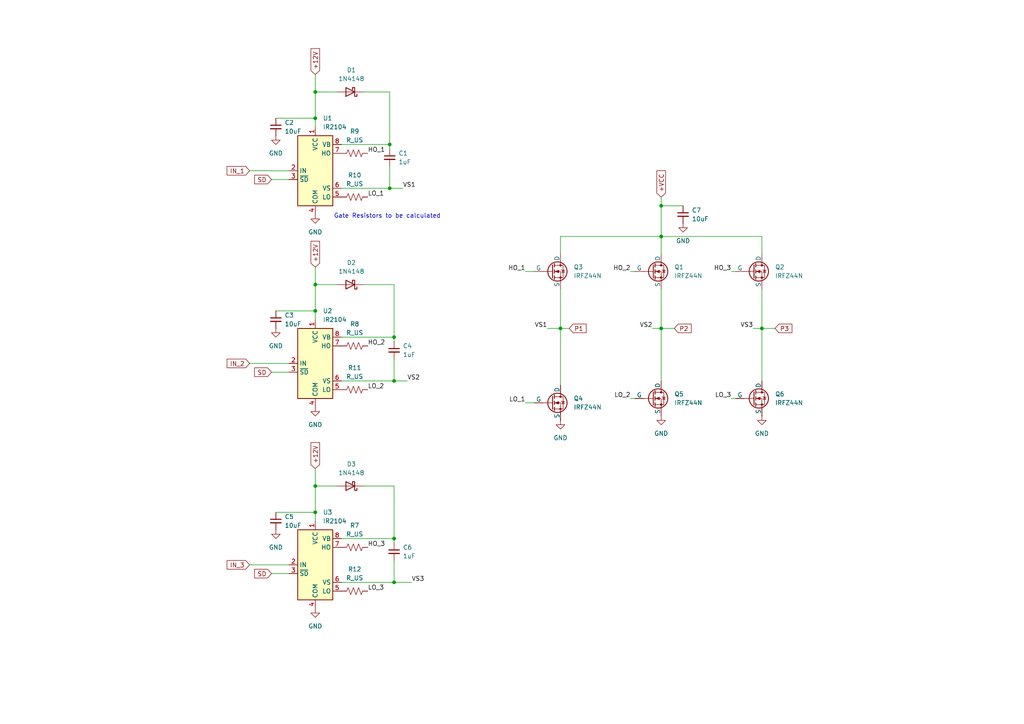
<source format=kicad_sch>
(kicad_sch
	(version 20231120)
	(generator "eeschema")
	(generator_version "8.0")
	(uuid "ef7fe288-82c2-4336-91ff-0707e2c79892")
	(paper "A4")
	(title_block
		(title "Motor Driver - Half Bridge Circuit")
		(date "2024-09-07")
		(rev "1")
		(company "Andrew Fischer")
	)
	(lib_symbols
		(symbol "Device:C_Small"
			(pin_numbers hide)
			(pin_names
				(offset 0.254) hide)
			(exclude_from_sim no)
			(in_bom yes)
			(on_board yes)
			(property "Reference" "C"
				(at 0.254 1.778 0)
				(effects
					(font
						(size 1.27 1.27)
					)
					(justify left)
				)
			)
			(property "Value" "C_Small"
				(at 0.254 -2.032 0)
				(effects
					(font
						(size 1.27 1.27)
					)
					(justify left)
				)
			)
			(property "Footprint" ""
				(at 0 0 0)
				(effects
					(font
						(size 1.27 1.27)
					)
					(hide yes)
				)
			)
			(property "Datasheet" "~"
				(at 0 0 0)
				(effects
					(font
						(size 1.27 1.27)
					)
					(hide yes)
				)
			)
			(property "Description" "Unpolarized capacitor, small symbol"
				(at 0 0 0)
				(effects
					(font
						(size 1.27 1.27)
					)
					(hide yes)
				)
			)
			(property "ki_keywords" "capacitor cap"
				(at 0 0 0)
				(effects
					(font
						(size 1.27 1.27)
					)
					(hide yes)
				)
			)
			(property "ki_fp_filters" "C_*"
				(at 0 0 0)
				(effects
					(font
						(size 1.27 1.27)
					)
					(hide yes)
				)
			)
			(symbol "C_Small_0_1"
				(polyline
					(pts
						(xy -1.524 -0.508) (xy 1.524 -0.508)
					)
					(stroke
						(width 0.3302)
						(type default)
					)
					(fill
						(type none)
					)
				)
				(polyline
					(pts
						(xy -1.524 0.508) (xy 1.524 0.508)
					)
					(stroke
						(width 0.3048)
						(type default)
					)
					(fill
						(type none)
					)
				)
			)
			(symbol "C_Small_1_1"
				(pin passive line
					(at 0 2.54 270)
					(length 2.032)
					(name "~"
						(effects
							(font
								(size 1.27 1.27)
							)
						)
					)
					(number "1"
						(effects
							(font
								(size 1.27 1.27)
							)
						)
					)
				)
				(pin passive line
					(at 0 -2.54 90)
					(length 2.032)
					(name "~"
						(effects
							(font
								(size 1.27 1.27)
							)
						)
					)
					(number "2"
						(effects
							(font
								(size 1.27 1.27)
							)
						)
					)
				)
			)
		)
		(symbol "Device:D_Schottky"
			(pin_numbers hide)
			(pin_names
				(offset 1.016) hide)
			(exclude_from_sim no)
			(in_bom yes)
			(on_board yes)
			(property "Reference" "D"
				(at 0 2.54 0)
				(effects
					(font
						(size 1.27 1.27)
					)
				)
			)
			(property "Value" "D_Schottky"
				(at 0 -2.54 0)
				(effects
					(font
						(size 1.27 1.27)
					)
				)
			)
			(property "Footprint" ""
				(at 0 0 0)
				(effects
					(font
						(size 1.27 1.27)
					)
					(hide yes)
				)
			)
			(property "Datasheet" "~"
				(at 0 0 0)
				(effects
					(font
						(size 1.27 1.27)
					)
					(hide yes)
				)
			)
			(property "Description" "Schottky diode"
				(at 0 0 0)
				(effects
					(font
						(size 1.27 1.27)
					)
					(hide yes)
				)
			)
			(property "ki_keywords" "diode Schottky"
				(at 0 0 0)
				(effects
					(font
						(size 1.27 1.27)
					)
					(hide yes)
				)
			)
			(property "ki_fp_filters" "TO-???* *_Diode_* *SingleDiode* D_*"
				(at 0 0 0)
				(effects
					(font
						(size 1.27 1.27)
					)
					(hide yes)
				)
			)
			(symbol "D_Schottky_0_1"
				(polyline
					(pts
						(xy 1.27 0) (xy -1.27 0)
					)
					(stroke
						(width 0)
						(type default)
					)
					(fill
						(type none)
					)
				)
				(polyline
					(pts
						(xy 1.27 1.27) (xy 1.27 -1.27) (xy -1.27 0) (xy 1.27 1.27)
					)
					(stroke
						(width 0.254)
						(type default)
					)
					(fill
						(type none)
					)
				)
				(polyline
					(pts
						(xy -1.905 0.635) (xy -1.905 1.27) (xy -1.27 1.27) (xy -1.27 -1.27) (xy -0.635 -1.27) (xy -0.635 -0.635)
					)
					(stroke
						(width 0.254)
						(type default)
					)
					(fill
						(type none)
					)
				)
			)
			(symbol "D_Schottky_1_1"
				(pin passive line
					(at -3.81 0 0)
					(length 2.54)
					(name "K"
						(effects
							(font
								(size 1.27 1.27)
							)
						)
					)
					(number "1"
						(effects
							(font
								(size 1.27 1.27)
							)
						)
					)
				)
				(pin passive line
					(at 3.81 0 180)
					(length 2.54)
					(name "A"
						(effects
							(font
								(size 1.27 1.27)
							)
						)
					)
					(number "2"
						(effects
							(font
								(size 1.27 1.27)
							)
						)
					)
				)
			)
		)
		(symbol "Device:R_US"
			(pin_numbers hide)
			(pin_names
				(offset 0)
			)
			(exclude_from_sim no)
			(in_bom yes)
			(on_board yes)
			(property "Reference" "R"
				(at 2.54 0 90)
				(effects
					(font
						(size 1.27 1.27)
					)
				)
			)
			(property "Value" "R_US"
				(at -2.54 0 90)
				(effects
					(font
						(size 1.27 1.27)
					)
				)
			)
			(property "Footprint" ""
				(at 1.016 -0.254 90)
				(effects
					(font
						(size 1.27 1.27)
					)
					(hide yes)
				)
			)
			(property "Datasheet" "~"
				(at 0 0 0)
				(effects
					(font
						(size 1.27 1.27)
					)
					(hide yes)
				)
			)
			(property "Description" "Resistor, US symbol"
				(at 0 0 0)
				(effects
					(font
						(size 1.27 1.27)
					)
					(hide yes)
				)
			)
			(property "ki_keywords" "R res resistor"
				(at 0 0 0)
				(effects
					(font
						(size 1.27 1.27)
					)
					(hide yes)
				)
			)
			(property "ki_fp_filters" "R_*"
				(at 0 0 0)
				(effects
					(font
						(size 1.27 1.27)
					)
					(hide yes)
				)
			)
			(symbol "R_US_0_1"
				(polyline
					(pts
						(xy 0 -2.286) (xy 0 -2.54)
					)
					(stroke
						(width 0)
						(type default)
					)
					(fill
						(type none)
					)
				)
				(polyline
					(pts
						(xy 0 2.286) (xy 0 2.54)
					)
					(stroke
						(width 0)
						(type default)
					)
					(fill
						(type none)
					)
				)
				(polyline
					(pts
						(xy 0 -0.762) (xy 1.016 -1.143) (xy 0 -1.524) (xy -1.016 -1.905) (xy 0 -2.286)
					)
					(stroke
						(width 0)
						(type default)
					)
					(fill
						(type none)
					)
				)
				(polyline
					(pts
						(xy 0 0.762) (xy 1.016 0.381) (xy 0 0) (xy -1.016 -0.381) (xy 0 -0.762)
					)
					(stroke
						(width 0)
						(type default)
					)
					(fill
						(type none)
					)
				)
				(polyline
					(pts
						(xy 0 2.286) (xy 1.016 1.905) (xy 0 1.524) (xy -1.016 1.143) (xy 0 0.762)
					)
					(stroke
						(width 0)
						(type default)
					)
					(fill
						(type none)
					)
				)
			)
			(symbol "R_US_1_1"
				(pin passive line
					(at 0 3.81 270)
					(length 1.27)
					(name "~"
						(effects
							(font
								(size 1.27 1.27)
							)
						)
					)
					(number "1"
						(effects
							(font
								(size 1.27 1.27)
							)
						)
					)
				)
				(pin passive line
					(at 0 -3.81 90)
					(length 1.27)
					(name "~"
						(effects
							(font
								(size 1.27 1.27)
							)
						)
					)
					(number "2"
						(effects
							(font
								(size 1.27 1.27)
							)
						)
					)
				)
			)
		)
		(symbol "Driver_FET:IR2104"
			(exclude_from_sim no)
			(in_bom yes)
			(on_board yes)
			(property "Reference" "U"
				(at 1.27 13.335 0)
				(effects
					(font
						(size 1.27 1.27)
					)
					(justify left)
				)
			)
			(property "Value" "IR2104"
				(at 1.27 11.43 0)
				(effects
					(font
						(size 1.27 1.27)
					)
					(justify left)
				)
			)
			(property "Footprint" ""
				(at 0 0 0)
				(effects
					(font
						(size 1.27 1.27)
						(italic yes)
					)
					(hide yes)
				)
			)
			(property "Datasheet" "https://www.infineon.com/dgdl/ir2104.pdf?fileId=5546d462533600a4015355c7c1c31671"
				(at 0 0 0)
				(effects
					(font
						(size 1.27 1.27)
					)
					(hide yes)
				)
			)
			(property "Description" "Half-Bridge Driver, 600V, 210/360mA, PDIP-8/SOIC-8"
				(at 0 0 0)
				(effects
					(font
						(size 1.27 1.27)
					)
					(hide yes)
				)
			)
			(property "ki_keywords" "Gate Driver"
				(at 0 0 0)
				(effects
					(font
						(size 1.27 1.27)
					)
					(hide yes)
				)
			)
			(property "ki_fp_filters" "SOIC*3.9x4.9mm*P1.27mm* DIP*W7.62mm*"
				(at 0 0 0)
				(effects
					(font
						(size 1.27 1.27)
					)
					(hide yes)
				)
			)
			(symbol "IR2104_0_1"
				(rectangle
					(start -5.08 -10.16)
					(end 5.08 10.16)
					(stroke
						(width 0.254)
						(type default)
					)
					(fill
						(type background)
					)
				)
			)
			(symbol "IR2104_1_1"
				(pin power_in line
					(at 0 12.7 270)
					(length 2.54)
					(name "VCC"
						(effects
							(font
								(size 1.27 1.27)
							)
						)
					)
					(number "1"
						(effects
							(font
								(size 1.27 1.27)
							)
						)
					)
				)
				(pin input line
					(at -7.62 0 0)
					(length 2.54)
					(name "IN"
						(effects
							(font
								(size 1.27 1.27)
							)
						)
					)
					(number "2"
						(effects
							(font
								(size 1.27 1.27)
							)
						)
					)
				)
				(pin input line
					(at -7.62 -2.54 0)
					(length 2.54)
					(name "~{SD}"
						(effects
							(font
								(size 1.27 1.27)
							)
						)
					)
					(number "3"
						(effects
							(font
								(size 1.27 1.27)
							)
						)
					)
				)
				(pin power_in line
					(at 0 -12.7 90)
					(length 2.54)
					(name "COM"
						(effects
							(font
								(size 1.27 1.27)
							)
						)
					)
					(number "4"
						(effects
							(font
								(size 1.27 1.27)
							)
						)
					)
				)
				(pin output line
					(at 7.62 -7.62 180)
					(length 2.54)
					(name "LO"
						(effects
							(font
								(size 1.27 1.27)
							)
						)
					)
					(number "5"
						(effects
							(font
								(size 1.27 1.27)
							)
						)
					)
				)
				(pin passive line
					(at 7.62 -5.08 180)
					(length 2.54)
					(name "VS"
						(effects
							(font
								(size 1.27 1.27)
							)
						)
					)
					(number "6"
						(effects
							(font
								(size 1.27 1.27)
							)
						)
					)
				)
				(pin output line
					(at 7.62 5.08 180)
					(length 2.54)
					(name "HO"
						(effects
							(font
								(size 1.27 1.27)
							)
						)
					)
					(number "7"
						(effects
							(font
								(size 1.27 1.27)
							)
						)
					)
				)
				(pin passive line
					(at 7.62 7.62 180)
					(length 2.54)
					(name "VB"
						(effects
							(font
								(size 1.27 1.27)
							)
						)
					)
					(number "8"
						(effects
							(font
								(size 1.27 1.27)
							)
						)
					)
				)
			)
		)
		(symbol "NMOS_1"
			(pin_numbers hide)
			(pin_names
				(offset 0)
			)
			(exclude_from_sim no)
			(in_bom yes)
			(on_board yes)
			(property "Reference" "Q3"
				(at 6.35 1.2701 0)
				(effects
					(font
						(size 1.27 1.27)
					)
					(justify left)
				)
			)
			(property "Value" "IRFZ44N"
				(at 6.35 -1.2699 0)
				(effects
					(font
						(size 1.27 1.27)
					)
					(justify left)
				)
			)
			(property "Footprint" "Package_TO_SOT_THT:TO-220-3_Vertical"
				(at 5.08 2.54 0)
				(effects
					(font
						(size 1.27 1.27)
					)
					(hide yes)
				)
			)
			(property "Datasheet" "https://ngspice.sourceforge.io/docs/ngspice-html-manual/manual.xhtml#cha_MOSFETs"
				(at 0 -12.7 0)
				(effects
					(font
						(size 1.27 1.27)
					)
					(hide yes)
				)
			)
			(property "Description" "N-MOSFET transistor, drain/source/gate"
				(at 0 0 0)
				(effects
					(font
						(size 1.27 1.27)
					)
					(hide yes)
				)
			)
			(property "Sim.Device" "NMOS"
				(at 0 -17.145 0)
				(effects
					(font
						(size 1.27 1.27)
					)
					(hide yes)
				)
			)
			(property "Sim.Type" "VDMOS"
				(at 0 -19.05 0)
				(effects
					(font
						(size 1.27 1.27)
					)
					(hide yes)
				)
			)
			(property "Sim.Pins" "1=D 2=G 3=S"
				(at 0 -15.24 0)
				(effects
					(font
						(size 1.27 1.27)
					)
					(hide yes)
				)
			)
			(property "ki_keywords" "transistor NMOS N-MOS N-MOSFET simulation"
				(at 0 0 0)
				(effects
					(font
						(size 1.27 1.27)
					)
					(hide yes)
				)
			)
			(symbol "NMOS_1_0_1"
				(polyline
					(pts
						(xy 0.254 0) (xy -2.54 0)
					)
					(stroke
						(width 0)
						(type default)
					)
					(fill
						(type none)
					)
				)
				(polyline
					(pts
						(xy 0.254 1.905) (xy 0.254 -1.905)
					)
					(stroke
						(width 0.254)
						(type default)
					)
					(fill
						(type none)
					)
				)
				(polyline
					(pts
						(xy 0.762 -1.27) (xy 0.762 -2.286)
					)
					(stroke
						(width 0.254)
						(type default)
					)
					(fill
						(type none)
					)
				)
				(polyline
					(pts
						(xy 0.762 0.508) (xy 0.762 -0.508)
					)
					(stroke
						(width 0.254)
						(type default)
					)
					(fill
						(type none)
					)
				)
				(polyline
					(pts
						(xy 0.762 2.286) (xy 0.762 1.27)
					)
					(stroke
						(width 0.254)
						(type default)
					)
					(fill
						(type none)
					)
				)
				(polyline
					(pts
						(xy 2.54 2.54) (xy 2.54 1.778)
					)
					(stroke
						(width 0)
						(type default)
					)
					(fill
						(type none)
					)
				)
				(polyline
					(pts
						(xy 2.54 -2.54) (xy 2.54 0) (xy 0.762 0)
					)
					(stroke
						(width 0)
						(type default)
					)
					(fill
						(type none)
					)
				)
				(polyline
					(pts
						(xy 0.762 -1.778) (xy 3.302 -1.778) (xy 3.302 1.778) (xy 0.762 1.778)
					)
					(stroke
						(width 0)
						(type default)
					)
					(fill
						(type none)
					)
				)
				(polyline
					(pts
						(xy 1.016 0) (xy 2.032 0.381) (xy 2.032 -0.381) (xy 1.016 0)
					)
					(stroke
						(width 0)
						(type default)
					)
					(fill
						(type outline)
					)
				)
				(polyline
					(pts
						(xy 2.794 0.508) (xy 2.921 0.381) (xy 3.683 0.381) (xy 3.81 0.254)
					)
					(stroke
						(width 0)
						(type default)
					)
					(fill
						(type none)
					)
				)
				(polyline
					(pts
						(xy 3.302 0.381) (xy 2.921 -0.254) (xy 3.683 -0.254) (xy 3.302 0.381)
					)
					(stroke
						(width 0)
						(type default)
					)
					(fill
						(type none)
					)
				)
				(circle
					(center 1.651 0)
					(radius 2.794)
					(stroke
						(width 0.254)
						(type default)
					)
					(fill
						(type none)
					)
				)
				(circle
					(center 2.54 -1.778)
					(radius 0.254)
					(stroke
						(width 0)
						(type default)
					)
					(fill
						(type outline)
					)
				)
				(circle
					(center 2.54 1.778)
					(radius 0.254)
					(stroke
						(width 0)
						(type default)
					)
					(fill
						(type outline)
					)
				)
			)
			(symbol "NMOS_1_1_1"
				(pin input line
					(at -5.08 0 0)
					(length 2.54)
					(name "G"
						(effects
							(font
								(size 1.27 1.27)
							)
						)
					)
					(number "1"
						(effects
							(font
								(size 1.27 1.27)
							)
						)
					)
				)
				(pin passive line
					(at 2.54 5.08 270)
					(length 2.54)
					(name "D"
						(effects
							(font
								(size 1.27 1.27)
							)
						)
					)
					(number "2"
						(effects
							(font
								(size 1.27 1.27)
							)
						)
					)
				)
				(pin passive line
					(at 2.54 -5.08 90)
					(length 2.54)
					(name "S"
						(effects
							(font
								(size 1.27 1.27)
							)
						)
					)
					(number "3"
						(effects
							(font
								(size 1.27 1.27)
							)
						)
					)
				)
			)
		)
		(symbol "power:GND"
			(power)
			(pin_numbers hide)
			(pin_names
				(offset 0) hide)
			(exclude_from_sim no)
			(in_bom yes)
			(on_board yes)
			(property "Reference" "#PWR"
				(at 0 -6.35 0)
				(effects
					(font
						(size 1.27 1.27)
					)
					(hide yes)
				)
			)
			(property "Value" "GND"
				(at 0 -3.81 0)
				(effects
					(font
						(size 1.27 1.27)
					)
				)
			)
			(property "Footprint" ""
				(at 0 0 0)
				(effects
					(font
						(size 1.27 1.27)
					)
					(hide yes)
				)
			)
			(property "Datasheet" ""
				(at 0 0 0)
				(effects
					(font
						(size 1.27 1.27)
					)
					(hide yes)
				)
			)
			(property "Description" "Power symbol creates a global label with name \"GND\" , ground"
				(at 0 0 0)
				(effects
					(font
						(size 1.27 1.27)
					)
					(hide yes)
				)
			)
			(property "ki_keywords" "global power"
				(at 0 0 0)
				(effects
					(font
						(size 1.27 1.27)
					)
					(hide yes)
				)
			)
			(symbol "GND_0_1"
				(polyline
					(pts
						(xy 0 0) (xy 0 -1.27) (xy 1.27 -1.27) (xy 0 -2.54) (xy -1.27 -1.27) (xy 0 -1.27)
					)
					(stroke
						(width 0)
						(type default)
					)
					(fill
						(type none)
					)
				)
			)
			(symbol "GND_1_1"
				(pin power_in line
					(at 0 0 270)
					(length 0)
					(name "~"
						(effects
							(font
								(size 1.27 1.27)
							)
						)
					)
					(number "1"
						(effects
							(font
								(size 1.27 1.27)
							)
						)
					)
				)
			)
		)
	)
	(junction
		(at 91.44 34.29)
		(diameter 0)
		(color 0 0 0 0)
		(uuid "1449e798-04f4-47ac-a21b-cece0d73598a")
	)
	(junction
		(at 114.3 168.91)
		(diameter 0)
		(color 0 0 0 0)
		(uuid "1e06ef20-5413-468f-a285-9f84722aeab8")
	)
	(junction
		(at 91.44 90.17)
		(diameter 0)
		(color 0 0 0 0)
		(uuid "2aa57874-596a-49a5-91ab-806037287464")
	)
	(junction
		(at 91.44 82.55)
		(diameter 0)
		(color 0 0 0 0)
		(uuid "44d4a698-188c-45b3-a8c4-0ec5974b2bff")
	)
	(junction
		(at 113.03 41.91)
		(diameter 0)
		(color 0 0 0 0)
		(uuid "54990c06-7724-48fb-bc51-3d0e013fe0b4")
	)
	(junction
		(at 91.44 140.97)
		(diameter 0)
		(color 0 0 0 0)
		(uuid "5770abe5-7b7e-49de-be8e-3db2b6a51ece")
	)
	(junction
		(at 91.44 148.59)
		(diameter 0)
		(color 0 0 0 0)
		(uuid "5d505935-8fa3-4284-9c69-c6ac4fa19c45")
	)
	(junction
		(at 113.03 54.61)
		(diameter 0)
		(color 0 0 0 0)
		(uuid "78f076aa-9f88-4cb7-b765-627c671e610e")
	)
	(junction
		(at 91.44 26.67)
		(diameter 0)
		(color 0 0 0 0)
		(uuid "8d280ce7-47c4-4fb8-89d4-f667d9655d59")
	)
	(junction
		(at 191.77 95.25)
		(diameter 0)
		(color 0 0 0 0)
		(uuid "b0612fee-fe01-4601-a94a-7f2bb7ff40db")
	)
	(junction
		(at 191.77 68.58)
		(diameter 0)
		(color 0 0 0 0)
		(uuid "cd5378ca-32b0-4ba4-9fe5-50d3bbf5cf96")
	)
	(junction
		(at 114.3 156.21)
		(diameter 0)
		(color 0 0 0 0)
		(uuid "ced54fbf-8273-46ea-9a4b-e23166608c5b")
	)
	(junction
		(at 114.3 97.79)
		(diameter 0)
		(color 0 0 0 0)
		(uuid "cfac2546-b8a6-4353-a685-c55e0bb858d7")
	)
	(junction
		(at 162.56 95.25)
		(diameter 0)
		(color 0 0 0 0)
		(uuid "e1321cff-9754-46a3-a91c-48c19bd8c4aa")
	)
	(junction
		(at 220.98 95.25)
		(diameter 0)
		(color 0 0 0 0)
		(uuid "e2bb1e3e-7822-47d3-b403-37149a961c44")
	)
	(junction
		(at 114.3 110.49)
		(diameter 0)
		(color 0 0 0 0)
		(uuid "ec7e2ec2-6a16-444a-abfe-911a170b0025")
	)
	(junction
		(at 191.77 59.69)
		(diameter 0)
		(color 0 0 0 0)
		(uuid "efac588e-a93d-4477-9e72-be87901a21b9")
	)
	(wire
		(pts
			(xy 182.88 115.57) (xy 184.15 115.57)
		)
		(stroke
			(width 0)
			(type default)
		)
		(uuid "001ab69a-5f64-47a7-a65f-f3ff5ff14179")
	)
	(wire
		(pts
			(xy 99.06 156.21) (xy 114.3 156.21)
		)
		(stroke
			(width 0)
			(type default)
		)
		(uuid "01a0736f-b87a-4edf-bdd3-95a2fe988e8c")
	)
	(wire
		(pts
			(xy 78.74 107.95) (xy 83.82 107.95)
		)
		(stroke
			(width 0)
			(type default)
		)
		(uuid "03487960-d551-403f-ac1b-0519c59a800a")
	)
	(wire
		(pts
			(xy 191.77 83.82) (xy 191.77 95.25)
		)
		(stroke
			(width 0)
			(type default)
		)
		(uuid "05bdd9bd-eef2-4c34-824c-40836ff74c46")
	)
	(wire
		(pts
			(xy 191.77 59.69) (xy 191.77 68.58)
		)
		(stroke
			(width 0)
			(type default)
		)
		(uuid "08aec223-0a5b-46d0-af22-d3fc92c76b58")
	)
	(wire
		(pts
			(xy 72.39 105.41) (xy 83.82 105.41)
		)
		(stroke
			(width 0)
			(type default)
		)
		(uuid "0ec9ca43-4ecb-401c-8bfa-e3ded4efbef3")
	)
	(wire
		(pts
			(xy 114.3 82.55) (xy 114.3 97.79)
		)
		(stroke
			(width 0)
			(type default)
		)
		(uuid "13b34c9c-b4d3-4079-92e7-05d43a9a218c")
	)
	(wire
		(pts
			(xy 191.77 68.58) (xy 162.56 68.58)
		)
		(stroke
			(width 0)
			(type default)
		)
		(uuid "15e2a7c6-2cc2-4600-a809-14ec7bc433f4")
	)
	(wire
		(pts
			(xy 72.39 163.83) (xy 83.82 163.83)
		)
		(stroke
			(width 0)
			(type default)
		)
		(uuid "1e590723-bab4-4385-a451-636d122d2bce")
	)
	(wire
		(pts
			(xy 91.44 135.89) (xy 91.44 140.97)
		)
		(stroke
			(width 0)
			(type default)
		)
		(uuid "24c3cafb-9b93-4d94-833b-107c4c0fa933")
	)
	(wire
		(pts
			(xy 97.79 82.55) (xy 91.44 82.55)
		)
		(stroke
			(width 0)
			(type default)
		)
		(uuid "30d824f4-d134-4748-8043-9f2edfc8c350")
	)
	(wire
		(pts
			(xy 99.06 168.91) (xy 114.3 168.91)
		)
		(stroke
			(width 0)
			(type default)
		)
		(uuid "340c57eb-b420-4feb-bd0c-dc0d403c629c")
	)
	(wire
		(pts
			(xy 113.03 41.91) (xy 113.03 43.18)
		)
		(stroke
			(width 0)
			(type default)
		)
		(uuid "34526e46-4a54-4f07-b81c-6c32a3d9f3e9")
	)
	(wire
		(pts
			(xy 182.88 78.74) (xy 184.15 78.74)
		)
		(stroke
			(width 0)
			(type default)
		)
		(uuid "387d1563-3a6f-45ce-a3cd-4e81991f4584")
	)
	(wire
		(pts
			(xy 220.98 83.82) (xy 220.98 95.25)
		)
		(stroke
			(width 0)
			(type default)
		)
		(uuid "3ca219e9-9288-485d-9f35-3f3f8c5e8da2")
	)
	(wire
		(pts
			(xy 218.44 95.25) (xy 220.98 95.25)
		)
		(stroke
			(width 0)
			(type default)
		)
		(uuid "40d93b44-48de-4c90-9f35-f021dfa9f90c")
	)
	(wire
		(pts
			(xy 212.09 78.74) (xy 213.36 78.74)
		)
		(stroke
			(width 0)
			(type default)
		)
		(uuid "41c247a0-c02b-4c52-a1ee-5779bef1d66b")
	)
	(wire
		(pts
			(xy 114.3 104.14) (xy 114.3 110.49)
		)
		(stroke
			(width 0)
			(type default)
		)
		(uuid "424dd25e-d5fd-42c0-a211-9323c03eaba2")
	)
	(wire
		(pts
			(xy 91.44 140.97) (xy 91.44 148.59)
		)
		(stroke
			(width 0)
			(type default)
		)
		(uuid "43b4e31e-caf5-48b7-b905-af5c7149dc40")
	)
	(wire
		(pts
			(xy 91.44 90.17) (xy 91.44 92.71)
		)
		(stroke
			(width 0)
			(type default)
		)
		(uuid "46d389ed-9a57-42c6-97c8-efcd8e2893ab")
	)
	(wire
		(pts
			(xy 78.74 166.37) (xy 83.82 166.37)
		)
		(stroke
			(width 0)
			(type default)
		)
		(uuid "4919613d-6c99-4bd5-a3c5-992707aec855")
	)
	(wire
		(pts
			(xy 99.06 54.61) (xy 113.03 54.61)
		)
		(stroke
			(width 0)
			(type default)
		)
		(uuid "4a3d26c8-3bc3-4cfa-920c-ff061fcac67d")
	)
	(wire
		(pts
			(xy 191.77 95.25) (xy 195.58 95.25)
		)
		(stroke
			(width 0)
			(type default)
		)
		(uuid "4a9c948d-efc8-441f-9d4c-c1f02395b4f6")
	)
	(wire
		(pts
			(xy 78.74 52.07) (xy 83.82 52.07)
		)
		(stroke
			(width 0)
			(type default)
		)
		(uuid "4c9170c0-d39d-448e-9726-9d5f91a4fa6d")
	)
	(wire
		(pts
			(xy 97.79 140.97) (xy 91.44 140.97)
		)
		(stroke
			(width 0)
			(type default)
		)
		(uuid "514e7e26-b4ae-49e6-a802-c49f558e5238")
	)
	(wire
		(pts
			(xy 114.3 99.06) (xy 114.3 97.79)
		)
		(stroke
			(width 0)
			(type default)
		)
		(uuid "53b9892f-0000-4696-a133-abc6dfe2eb0c")
	)
	(wire
		(pts
			(xy 212.09 115.57) (xy 213.36 115.57)
		)
		(stroke
			(width 0)
			(type default)
		)
		(uuid "5565818c-7bb1-485c-8444-8c9ff1e00529")
	)
	(wire
		(pts
			(xy 91.44 21.59) (xy 91.44 26.67)
		)
		(stroke
			(width 0)
			(type default)
		)
		(uuid "5afb4d68-9a14-4b0f-b9b9-f41d1fb021cf")
	)
	(wire
		(pts
			(xy 72.39 49.53) (xy 83.82 49.53)
		)
		(stroke
			(width 0)
			(type default)
		)
		(uuid "610aaac2-1f46-4022-88c0-8523be505b67")
	)
	(wire
		(pts
			(xy 114.3 157.48) (xy 114.3 156.21)
		)
		(stroke
			(width 0)
			(type default)
		)
		(uuid "645a8d26-3993-400b-a346-e7dcdd4f299a")
	)
	(wire
		(pts
			(xy 105.41 26.67) (xy 113.03 26.67)
		)
		(stroke
			(width 0)
			(type default)
		)
		(uuid "658a6bd2-5128-4f40-b2fc-ccd90593e675")
	)
	(wire
		(pts
			(xy 99.06 97.79) (xy 114.3 97.79)
		)
		(stroke
			(width 0)
			(type default)
		)
		(uuid "6850b577-5793-4772-b585-f12f7c761b6f")
	)
	(wire
		(pts
			(xy 152.4 78.74) (xy 154.94 78.74)
		)
		(stroke
			(width 0)
			(type default)
		)
		(uuid "69585d97-5878-473a-8fef-3e82647e5ab7")
	)
	(wire
		(pts
			(xy 91.44 34.29) (xy 91.44 36.83)
		)
		(stroke
			(width 0)
			(type default)
		)
		(uuid "6cd0a17e-d211-4b94-b796-f71b62c3e0ff")
	)
	(wire
		(pts
			(xy 114.3 168.91) (xy 119.38 168.91)
		)
		(stroke
			(width 0)
			(type default)
		)
		(uuid "76264f6d-d99f-4b49-a6d4-d29da19037cb")
	)
	(wire
		(pts
			(xy 113.03 48.26) (xy 113.03 54.61)
		)
		(stroke
			(width 0)
			(type default)
		)
		(uuid "78b22406-6227-4120-91a8-38f33d9dd1f0")
	)
	(wire
		(pts
			(xy 99.06 110.49) (xy 114.3 110.49)
		)
		(stroke
			(width 0)
			(type default)
		)
		(uuid "7a209ab0-6559-447b-8e1e-8e119a111f9a")
	)
	(wire
		(pts
			(xy 220.98 95.25) (xy 220.98 110.49)
		)
		(stroke
			(width 0)
			(type default)
		)
		(uuid "80a083cc-fa9f-4a28-bbc9-93eeebb693bb")
	)
	(wire
		(pts
			(xy 162.56 95.25) (xy 165.1 95.25)
		)
		(stroke
			(width 0)
			(type default)
		)
		(uuid "846bb7b7-e0bd-43a2-93e8-aeb4e3952539")
	)
	(wire
		(pts
			(xy 189.23 95.25) (xy 191.77 95.25)
		)
		(stroke
			(width 0)
			(type default)
		)
		(uuid "87704d88-e62a-43e0-b171-cbf57376195e")
	)
	(wire
		(pts
			(xy 162.56 68.58) (xy 162.56 73.66)
		)
		(stroke
			(width 0)
			(type default)
		)
		(uuid "89763603-4de1-4d74-830c-c98b623a5749")
	)
	(wire
		(pts
			(xy 91.44 148.59) (xy 91.44 151.13)
		)
		(stroke
			(width 0)
			(type default)
		)
		(uuid "901998b8-26bc-498c-acd3-61a3988b9b24")
	)
	(wire
		(pts
			(xy 191.77 68.58) (xy 191.77 73.66)
		)
		(stroke
			(width 0)
			(type default)
		)
		(uuid "9284a30f-b102-4e43-bcbf-1ddb766ae88f")
	)
	(wire
		(pts
			(xy 99.06 41.91) (xy 113.03 41.91)
		)
		(stroke
			(width 0)
			(type default)
		)
		(uuid "9901c821-b2e8-4a16-a767-7e18170b5308")
	)
	(wire
		(pts
			(xy 97.79 26.67) (xy 91.44 26.67)
		)
		(stroke
			(width 0)
			(type default)
		)
		(uuid "b8cae991-4118-45f9-9565-38ba593aad74")
	)
	(wire
		(pts
			(xy 80.01 34.29) (xy 91.44 34.29)
		)
		(stroke
			(width 0)
			(type default)
		)
		(uuid "bffff9a0-cc5a-4a96-8fec-74bdf3c0190b")
	)
	(wire
		(pts
			(xy 191.77 95.25) (xy 191.77 110.49)
		)
		(stroke
			(width 0)
			(type default)
		)
		(uuid "c2895daf-04e1-4595-a7a6-97bff8b445bb")
	)
	(wire
		(pts
			(xy 80.01 148.59) (xy 91.44 148.59)
		)
		(stroke
			(width 0)
			(type default)
		)
		(uuid "c4ab020e-c02a-4c86-b278-977205f8fcc1")
	)
	(wire
		(pts
			(xy 152.4 116.84) (xy 154.94 116.84)
		)
		(stroke
			(width 0)
			(type default)
		)
		(uuid "c8764954-7b71-49a3-8d31-dc5045a00c61")
	)
	(wire
		(pts
			(xy 80.01 90.17) (xy 91.44 90.17)
		)
		(stroke
			(width 0)
			(type default)
		)
		(uuid "cbfca161-4a90-498e-9be9-7110f4ed1081")
	)
	(wire
		(pts
			(xy 105.41 140.97) (xy 114.3 140.97)
		)
		(stroke
			(width 0)
			(type default)
		)
		(uuid "ccb0fccb-ac29-4b0b-871f-89fb9692db60")
	)
	(wire
		(pts
			(xy 191.77 59.69) (xy 198.12 59.69)
		)
		(stroke
			(width 0)
			(type default)
		)
		(uuid "ce4bd7cd-687d-4850-90c0-2ff67e7596a2")
	)
	(wire
		(pts
			(xy 162.56 95.25) (xy 162.56 111.76)
		)
		(stroke
			(width 0)
			(type default)
		)
		(uuid "d281b3bb-29da-4ade-8eac-71e3a8e02608")
	)
	(wire
		(pts
			(xy 114.3 110.49) (xy 118.11 110.49)
		)
		(stroke
			(width 0)
			(type default)
		)
		(uuid "d61be6a3-d146-4575-af7a-50f848e46f69")
	)
	(wire
		(pts
			(xy 91.44 82.55) (xy 91.44 90.17)
		)
		(stroke
			(width 0)
			(type default)
		)
		(uuid "d6b5cbfb-9ce6-45d4-9de1-b41d45f925cc")
	)
	(wire
		(pts
			(xy 220.98 95.25) (xy 224.79 95.25)
		)
		(stroke
			(width 0)
			(type default)
		)
		(uuid "daae83ea-63e5-4076-b6fd-0b1398e40236")
	)
	(wire
		(pts
			(xy 91.44 77.47) (xy 91.44 82.55)
		)
		(stroke
			(width 0)
			(type default)
		)
		(uuid "dc52c9b4-8438-49c6-9c3c-f610a590ed32")
	)
	(wire
		(pts
			(xy 91.44 26.67) (xy 91.44 34.29)
		)
		(stroke
			(width 0)
			(type default)
		)
		(uuid "dd320f57-f08e-48c6-b4b8-b5b2da4d8ce9")
	)
	(wire
		(pts
			(xy 162.56 83.82) (xy 162.56 95.25)
		)
		(stroke
			(width 0)
			(type default)
		)
		(uuid "dfe2d369-4fbf-458d-be84-9edef4796d40")
	)
	(wire
		(pts
			(xy 191.77 57.15) (xy 191.77 59.69)
		)
		(stroke
			(width 0)
			(type default)
		)
		(uuid "e4cd502d-e23e-422b-b4b6-ca5ba31ce475")
	)
	(wire
		(pts
			(xy 113.03 26.67) (xy 113.03 41.91)
		)
		(stroke
			(width 0)
			(type default)
		)
		(uuid "e5b0adc7-c5de-4ad6-a5e6-80c7fbd5ba9d")
	)
	(wire
		(pts
			(xy 220.98 68.58) (xy 220.98 73.66)
		)
		(stroke
			(width 0)
			(type default)
		)
		(uuid "e7d5c9d7-ac2a-4fd1-aa5a-5d6d544c1e36")
	)
	(wire
		(pts
			(xy 113.03 54.61) (xy 116.84 54.61)
		)
		(stroke
			(width 0)
			(type default)
		)
		(uuid "e823de94-eafa-40df-9820-d418264ba1d6")
	)
	(wire
		(pts
			(xy 114.3 162.56) (xy 114.3 168.91)
		)
		(stroke
			(width 0)
			(type default)
		)
		(uuid "e9e3e261-8612-452a-9e81-d0d37c997913")
	)
	(wire
		(pts
			(xy 158.75 95.25) (xy 162.56 95.25)
		)
		(stroke
			(width 0)
			(type default)
		)
		(uuid "ed8a350f-cae3-4fa4-b263-e412b3b6706c")
	)
	(wire
		(pts
			(xy 105.41 82.55) (xy 114.3 82.55)
		)
		(stroke
			(width 0)
			(type default)
		)
		(uuid "f0a02117-fd28-4ad9-8a42-2fd077253621")
	)
	(wire
		(pts
			(xy 191.77 68.58) (xy 220.98 68.58)
		)
		(stroke
			(width 0)
			(type default)
		)
		(uuid "f441f6f2-2a20-4910-a4f6-62de663a8b5b")
	)
	(wire
		(pts
			(xy 114.3 140.97) (xy 114.3 156.21)
		)
		(stroke
			(width 0)
			(type default)
		)
		(uuid "f5eb00a3-357b-49be-9dba-ed7495da5abc")
	)
	(text "Gate Resistors to be calculated\n"
		(exclude_from_sim no)
		(at 112.34 62.7367 0)
		(effects
			(font
				(size 1.27 1.27)
			)
		)
		(uuid "e6d3ea9a-5a5a-4ecb-a0f0-3b78d4bfc685")
	)
	(label "VS1"
		(at 116.84 54.61 0)
		(fields_autoplaced yes)
		(effects
			(font
				(size 1.27 1.27)
			)
			(justify left bottom)
		)
		(uuid "249291f2-dc48-4447-91c0-c4b7d3d80392")
	)
	(label "HO_3"
		(at 106.68 158.75 0)
		(fields_autoplaced yes)
		(effects
			(font
				(size 1.27 1.27)
			)
			(justify left bottom)
		)
		(uuid "3d7f743c-f961-4e80-b8b8-719949f8aba5")
	)
	(label "LO_2"
		(at 182.88 115.57 180)
		(fields_autoplaced yes)
		(effects
			(font
				(size 1.27 1.27)
			)
			(justify right bottom)
		)
		(uuid "4462e1f3-94cb-442a-afc1-99cadcd04280")
	)
	(label "HO_1"
		(at 106.68 44.45 0)
		(fields_autoplaced yes)
		(effects
			(font
				(size 1.27 1.27)
			)
			(justify left bottom)
		)
		(uuid "4a2263d0-9000-40df-8685-c8d1d0f6dbe6")
	)
	(label "LO_1"
		(at 106.68 57.15 0)
		(fields_autoplaced yes)
		(effects
			(font
				(size 1.27 1.27)
			)
			(justify left bottom)
		)
		(uuid "60f99219-36b6-45b2-bbad-5ca7e08e02ed")
	)
	(label "HO_2"
		(at 106.68 100.33 0)
		(fields_autoplaced yes)
		(effects
			(font
				(size 1.27 1.27)
			)
			(justify left bottom)
		)
		(uuid "742b9cd8-56d6-441e-929f-de88435586e6")
	)
	(label "HO_2"
		(at 182.88 78.74 180)
		(fields_autoplaced yes)
		(effects
			(font
				(size 1.27 1.27)
			)
			(justify right bottom)
		)
		(uuid "78a71143-e645-432d-bb27-ee1c9bebdd93")
	)
	(label "LO_1"
		(at 152.4 116.84 180)
		(fields_autoplaced yes)
		(effects
			(font
				(size 1.27 1.27)
			)
			(justify right bottom)
		)
		(uuid "7a414f74-4a2f-4641-8046-2fd8a63a7aa4")
	)
	(label "VS2"
		(at 189.23 95.25 180)
		(fields_autoplaced yes)
		(effects
			(font
				(size 1.27 1.27)
			)
			(justify right bottom)
		)
		(uuid "7b89cbcf-4cd2-41ee-88a0-bfbf5a71f0c9")
	)
	(label "VS3"
		(at 119.38 168.91 0)
		(fields_autoplaced yes)
		(effects
			(font
				(size 1.27 1.27)
			)
			(justify left bottom)
		)
		(uuid "8ab2f2df-e952-4f6a-92f8-b8cdf4d6c9f0")
	)
	(label "LO_2"
		(at 106.68 113.03 0)
		(fields_autoplaced yes)
		(effects
			(font
				(size 1.27 1.27)
			)
			(justify left bottom)
		)
		(uuid "9cfbe5ba-e34b-433c-aacf-30d8de1c89d9")
	)
	(label "HO_3"
		(at 212.09 78.74 180)
		(fields_autoplaced yes)
		(effects
			(font
				(size 1.27 1.27)
			)
			(justify right bottom)
		)
		(uuid "a4392e17-e427-44d4-97f2-9aed7282809b")
	)
	(label "LO_3"
		(at 106.68 171.45 0)
		(fields_autoplaced yes)
		(effects
			(font
				(size 1.27 1.27)
			)
			(justify left bottom)
		)
		(uuid "b0b30b3a-c285-45a9-acce-e81612b0351c")
	)
	(label "VS1"
		(at 158.75 95.25 180)
		(fields_autoplaced yes)
		(effects
			(font
				(size 1.27 1.27)
			)
			(justify right bottom)
		)
		(uuid "cc8eb9b6-603a-4c8b-85ff-df5787f63205")
	)
	(label "VS3"
		(at 218.44 95.25 180)
		(fields_autoplaced yes)
		(effects
			(font
				(size 1.27 1.27)
			)
			(justify right bottom)
		)
		(uuid "d6757916-f8a6-4d5a-9722-9bc43558f6c1")
	)
	(label "HO_1"
		(at 152.4 78.74 180)
		(fields_autoplaced yes)
		(effects
			(font
				(size 1.27 1.27)
			)
			(justify right bottom)
		)
		(uuid "defa32bd-40ff-4562-b19e-3bcd95344468")
	)
	(label "VS2"
		(at 118.11 110.49 0)
		(fields_autoplaced yes)
		(effects
			(font
				(size 1.27 1.27)
			)
			(justify left bottom)
		)
		(uuid "f18c58f7-c165-4c59-815c-c36fc3db06c1")
	)
	(label "LO_3"
		(at 212.09 115.57 180)
		(fields_autoplaced yes)
		(effects
			(font
				(size 1.27 1.27)
			)
			(justify right bottom)
		)
		(uuid "fe47fac4-6588-4056-99d2-f90f775aa6c2")
	)
	(global_label "SD"
		(shape input)
		(at 78.74 166.37 180)
		(fields_autoplaced yes)
		(effects
			(font
				(size 1.27 1.27)
			)
			(justify right)
		)
		(uuid "0345dc12-9b88-4196-8f70-b4e2d704c88c")
		(property "Intersheetrefs" "${INTERSHEET_REFS}"
			(at 73.2753 166.37 0)
			(effects
				(font
					(size 1.27 1.27)
				)
				(justify right)
				(hide yes)
			)
		)
	)
	(global_label "SD"
		(shape input)
		(at 78.74 107.95 180)
		(fields_autoplaced yes)
		(effects
			(font
				(size 1.27 1.27)
			)
			(justify right)
		)
		(uuid "0ad9d0fa-704a-43f1-b025-3f9885154fdf")
		(property "Intersheetrefs" "${INTERSHEET_REFS}"
			(at 73.2753 107.95 0)
			(effects
				(font
					(size 1.27 1.27)
				)
				(justify right)
				(hide yes)
			)
		)
	)
	(global_label "+VCC"
		(shape input)
		(at 191.77 57.15 90)
		(fields_autoplaced yes)
		(effects
			(font
				(size 1.27 1.27)
			)
			(justify left)
		)
		(uuid "0c00c43d-c08e-4ef2-add1-6ab631bbdf1d")
		(property "Intersheetrefs" "${INTERSHEET_REFS}"
			(at 191.77 48.9638 90)
			(effects
				(font
					(size 1.27 1.27)
				)
				(justify left)
				(hide yes)
			)
		)
	)
	(global_label "IN_1"
		(shape input)
		(at 72.39 49.53 180)
		(fields_autoplaced yes)
		(effects
			(font
				(size 1.27 1.27)
			)
			(justify right)
		)
		(uuid "13e90674-44e6-4242-97e3-b24b38845bb9")
		(property "Intersheetrefs" "${INTERSHEET_REFS}"
			(at 65.2924 49.53 0)
			(effects
				(font
					(size 1.27 1.27)
				)
				(justify right)
				(hide yes)
			)
		)
	)
	(global_label "+12V"
		(shape input)
		(at 91.44 135.89 90)
		(fields_autoplaced yes)
		(effects
			(font
				(size 1.27 1.27)
			)
			(justify left)
		)
		(uuid "33652b79-8c07-41b4-bda4-14c8ef794a1f")
		(property "Intersheetrefs" "${INTERSHEET_REFS}"
			(at 91.44 127.8248 90)
			(effects
				(font
					(size 1.27 1.27)
				)
				(justify left)
				(hide yes)
			)
		)
	)
	(global_label "IN_3"
		(shape input)
		(at 72.39 163.83 180)
		(fields_autoplaced yes)
		(effects
			(font
				(size 1.27 1.27)
			)
			(justify right)
		)
		(uuid "35236c84-dd51-4d6f-83b3-6e0e6434f873")
		(property "Intersheetrefs" "${INTERSHEET_REFS}"
			(at 65.2924 163.83 0)
			(effects
				(font
					(size 1.27 1.27)
				)
				(justify right)
				(hide yes)
			)
		)
	)
	(global_label "SD"
		(shape input)
		(at 78.74 52.07 180)
		(fields_autoplaced yes)
		(effects
			(font
				(size 1.27 1.27)
			)
			(justify right)
		)
		(uuid "60acb54a-5302-451e-84f6-5ddc7924c0e9")
		(property "Intersheetrefs" "${INTERSHEET_REFS}"
			(at 73.2753 52.07 0)
			(effects
				(font
					(size 1.27 1.27)
				)
				(justify right)
				(hide yes)
			)
		)
	)
	(global_label "P1"
		(shape input)
		(at 165.1 95.25 0)
		(fields_autoplaced yes)
		(effects
			(font
				(size 1.27 1.27)
			)
			(justify left)
		)
		(uuid "85fb25b5-010a-4ea1-b3d9-0ebc787e9adb")
		(property "Intersheetrefs" "${INTERSHEET_REFS}"
			(at 170.5647 95.25 0)
			(effects
				(font
					(size 1.27 1.27)
				)
				(justify left)
				(hide yes)
			)
		)
	)
	(global_label "P3"
		(shape input)
		(at 224.79 95.25 0)
		(fields_autoplaced yes)
		(effects
			(font
				(size 1.27 1.27)
			)
			(justify left)
		)
		(uuid "95c64508-5d98-4518-aee7-3d5102248016")
		(property "Intersheetrefs" "${INTERSHEET_REFS}"
			(at 230.2547 95.25 0)
			(effects
				(font
					(size 1.27 1.27)
				)
				(justify left)
				(hide yes)
			)
		)
	)
	(global_label "IN_2"
		(shape input)
		(at 72.39 105.41 180)
		(fields_autoplaced yes)
		(effects
			(font
				(size 1.27 1.27)
			)
			(justify right)
		)
		(uuid "aaab33aa-dec8-41ff-a7ca-b7d280c4df87")
		(property "Intersheetrefs" "${INTERSHEET_REFS}"
			(at 65.2924 105.41 0)
			(effects
				(font
					(size 1.27 1.27)
				)
				(justify right)
				(hide yes)
			)
		)
	)
	(global_label "P2"
		(shape input)
		(at 195.58 95.25 0)
		(fields_autoplaced yes)
		(effects
			(font
				(size 1.27 1.27)
			)
			(justify left)
		)
		(uuid "c6e97ac9-fdcd-40c2-ae96-95526d2a735a")
		(property "Intersheetrefs" "${INTERSHEET_REFS}"
			(at 201.0447 95.25 0)
			(effects
				(font
					(size 1.27 1.27)
				)
				(justify left)
				(hide yes)
			)
		)
	)
	(global_label "+12V"
		(shape input)
		(at 91.44 21.59 90)
		(fields_autoplaced yes)
		(effects
			(font
				(size 1.27 1.27)
			)
			(justify left)
		)
		(uuid "d3bb9301-d0b8-454b-9834-cd2e68b9c707")
		(property "Intersheetrefs" "${INTERSHEET_REFS}"
			(at 91.44 13.5248 90)
			(effects
				(font
					(size 1.27 1.27)
				)
				(justify left)
				(hide yes)
			)
		)
	)
	(global_label "+12V"
		(shape input)
		(at 91.44 77.47 90)
		(fields_autoplaced yes)
		(effects
			(font
				(size 1.27 1.27)
			)
			(justify left)
		)
		(uuid "f7ee8b84-5343-43a8-ad6a-1a1cdcea68d5")
		(property "Intersheetrefs" "${INTERSHEET_REFS}"
			(at 91.44 69.4048 90)
			(effects
				(font
					(size 1.27 1.27)
				)
				(justify left)
				(hide yes)
			)
		)
	)
	(symbol
		(lib_id "power:GND")
		(at 80.01 39.37 0)
		(unit 1)
		(exclude_from_sim no)
		(in_bom yes)
		(on_board yes)
		(dnp no)
		(fields_autoplaced yes)
		(uuid "0056f4b2-30d7-4889-8044-45986d56925b")
		(property "Reference" "#PWR02"
			(at 80.01 45.72 0)
			(effects
				(font
					(size 1.27 1.27)
				)
				(hide yes)
			)
		)
		(property "Value" "GND"
			(at 80.01 44.45 0)
			(effects
				(font
					(size 1.27 1.27)
				)
			)
		)
		(property "Footprint" ""
			(at 80.01 39.37 0)
			(effects
				(font
					(size 1.27 1.27)
				)
				(hide yes)
			)
		)
		(property "Datasheet" ""
			(at 80.01 39.37 0)
			(effects
				(font
					(size 1.27 1.27)
				)
				(hide yes)
			)
		)
		(property "Description" "Power symbol creates a global label with name \"GND\" , ground"
			(at 80.01 39.37 0)
			(effects
				(font
					(size 1.27 1.27)
				)
				(hide yes)
			)
		)
		(pin "1"
			(uuid "cea17a49-88a1-418b-9490-2814cfc01439")
		)
		(instances
			(project "SuperCapacitorBike"
				(path "/1096cbe7-ac56-48cb-aadd-3e4addcdbbb7/e06cfff2-2d74-484b-b515-a72922d1b24f"
					(reference "#PWR02")
					(unit 1)
				)
			)
		)
	)
	(symbol
		(lib_id "power:GND")
		(at 220.98 120.65 0)
		(unit 1)
		(exclude_from_sim no)
		(in_bom yes)
		(on_board yes)
		(dnp no)
		(fields_autoplaced yes)
		(uuid "0fb1ce79-7b83-4f2c-8cef-c0c0e444ca4b")
		(property "Reference" "#PWR013"
			(at 220.98 127 0)
			(effects
				(font
					(size 1.27 1.27)
				)
				(hide yes)
			)
		)
		(property "Value" "GND"
			(at 220.98 125.73 0)
			(effects
				(font
					(size 1.27 1.27)
				)
			)
		)
		(property "Footprint" ""
			(at 220.98 120.65 0)
			(effects
				(font
					(size 1.27 1.27)
				)
				(hide yes)
			)
		)
		(property "Datasheet" ""
			(at 220.98 120.65 0)
			(effects
				(font
					(size 1.27 1.27)
				)
				(hide yes)
			)
		)
		(property "Description" "Power symbol creates a global label with name \"GND\" , ground"
			(at 220.98 120.65 0)
			(effects
				(font
					(size 1.27 1.27)
				)
				(hide yes)
			)
		)
		(pin "1"
			(uuid "a31201a0-9468-41b7-a4ef-3e7c66d5d081")
		)
		(instances
			(project "SuperCapacitorBike"
				(path "/1096cbe7-ac56-48cb-aadd-3e4addcdbbb7/e06cfff2-2d74-484b-b515-a72922d1b24f"
					(reference "#PWR013")
					(unit 1)
				)
			)
		)
	)
	(symbol
		(lib_id "power:GND")
		(at 91.44 62.23 0)
		(unit 1)
		(exclude_from_sim no)
		(in_bom yes)
		(on_board yes)
		(dnp no)
		(fields_autoplaced yes)
		(uuid "11487054-9ec8-4635-93b0-cad741f1e998")
		(property "Reference" "#PWR09"
			(at 91.44 68.58 0)
			(effects
				(font
					(size 1.27 1.27)
				)
				(hide yes)
			)
		)
		(property "Value" "GND"
			(at 91.44 67.31 0)
			(effects
				(font
					(size 1.27 1.27)
				)
			)
		)
		(property "Footprint" ""
			(at 91.44 62.23 0)
			(effects
				(font
					(size 1.27 1.27)
				)
				(hide yes)
			)
		)
		(property "Datasheet" ""
			(at 91.44 62.23 0)
			(effects
				(font
					(size 1.27 1.27)
				)
				(hide yes)
			)
		)
		(property "Description" "Power symbol creates a global label with name \"GND\" , ground"
			(at 91.44 62.23 0)
			(effects
				(font
					(size 1.27 1.27)
				)
				(hide yes)
			)
		)
		(pin "1"
			(uuid "f5bb7e3e-d2e6-400b-bd5a-4e6cebbe0f1e")
		)
		(instances
			(project ""
				(path "/1096cbe7-ac56-48cb-aadd-3e4addcdbbb7/e06cfff2-2d74-484b-b515-a72922d1b24f"
					(reference "#PWR09")
					(unit 1)
				)
			)
		)
	)
	(symbol
		(lib_id "Device:D_Schottky")
		(at 101.6 82.55 180)
		(unit 1)
		(exclude_from_sim no)
		(in_bom yes)
		(on_board yes)
		(dnp no)
		(fields_autoplaced yes)
		(uuid "147de98b-a32a-4cf9-8b81-9150147d30f1")
		(property "Reference" "D2"
			(at 101.9175 76.2 0)
			(effects
				(font
					(size 1.27 1.27)
				)
			)
		)
		(property "Value" "1N4148"
			(at 101.9175 78.74 0)
			(effects
				(font
					(size 1.27 1.27)
				)
			)
		)
		(property "Footprint" "Diode_THT:D_DO-35_SOD27_P7.62mm_Horizontal"
			(at 101.6 82.55 0)
			(effects
				(font
					(size 1.27 1.27)
				)
				(hide yes)
			)
		)
		(property "Datasheet" "~"
			(at 101.6 82.55 0)
			(effects
				(font
					(size 1.27 1.27)
				)
				(hide yes)
			)
		)
		(property "Description" "Schottky diode"
			(at 101.6 82.55 0)
			(effects
				(font
					(size 1.27 1.27)
				)
				(hide yes)
			)
		)
		(pin "2"
			(uuid "e47a6feb-96c1-4abc-a47d-15ef8ce8f009")
		)
		(pin "1"
			(uuid "e47351d8-7f34-440a-8c4f-e904f4954734")
		)
		(instances
			(project "SuperCapacitorBike"
				(path "/1096cbe7-ac56-48cb-aadd-3e4addcdbbb7/e06cfff2-2d74-484b-b515-a72922d1b24f"
					(reference "D2")
					(unit 1)
				)
			)
		)
	)
	(symbol
		(lib_id "Device:R_US")
		(at 102.87 158.75 90)
		(unit 1)
		(exclude_from_sim no)
		(in_bom yes)
		(on_board yes)
		(dnp no)
		(fields_autoplaced yes)
		(uuid "2309b02b-4ce7-4402-9bca-b86004447cd6")
		(property "Reference" "R7"
			(at 102.87 152.4 90)
			(effects
				(font
					(size 1.27 1.27)
				)
			)
		)
		(property "Value" "R_US"
			(at 102.87 154.94 90)
			(effects
				(font
					(size 1.27 1.27)
				)
			)
		)
		(property "Footprint" "Resistor_THT:R_Axial_DIN0207_L6.3mm_D2.5mm_P10.16mm_Horizontal"
			(at 103.124 157.734 90)
			(effects
				(font
					(size 1.27 1.27)
				)
				(hide yes)
			)
		)
		(property "Datasheet" "~"
			(at 102.87 158.75 0)
			(effects
				(font
					(size 1.27 1.27)
				)
				(hide yes)
			)
		)
		(property "Description" "Resistor, US symbol"
			(at 102.87 158.75 0)
			(effects
				(font
					(size 1.27 1.27)
				)
				(hide yes)
			)
		)
		(pin "1"
			(uuid "b4c2a297-8921-497d-9778-03292ce6fbba")
		)
		(pin "2"
			(uuid "ca9f61e0-b58c-4922-a60b-073237ee006f")
		)
		(instances
			(project ""
				(path "/1096cbe7-ac56-48cb-aadd-3e4addcdbbb7/e06cfff2-2d74-484b-b515-a72922d1b24f"
					(reference "R7")
					(unit 1)
				)
			)
		)
	)
	(symbol
		(lib_id "Device:C_Small")
		(at 113.03 45.72 0)
		(unit 1)
		(exclude_from_sim no)
		(in_bom yes)
		(on_board yes)
		(dnp no)
		(fields_autoplaced yes)
		(uuid "24482ca3-f6dc-4072-9f60-1efa1f264b34")
		(property "Reference" "C1"
			(at 115.57 44.4562 0)
			(effects
				(font
					(size 1.27 1.27)
				)
				(justify left)
			)
		)
		(property "Value" "1uF"
			(at 115.57 46.9962 0)
			(effects
				(font
					(size 1.27 1.27)
				)
				(justify left)
			)
		)
		(property "Footprint" "Ceramic_Cap_5.08mm_Spacing:Ceramic_Cap_5.08mm_Spacing"
			(at 113.03 45.72 0)
			(effects
				(font
					(size 1.27 1.27)
				)
				(hide yes)
			)
		)
		(property "Datasheet" "~"
			(at 113.03 45.72 0)
			(effects
				(font
					(size 1.27 1.27)
				)
				(hide yes)
			)
		)
		(property "Description" "Unpolarized capacitor, small symbol"
			(at 113.03 45.72 0)
			(effects
				(font
					(size 1.27 1.27)
				)
				(hide yes)
			)
		)
		(pin "1"
			(uuid "68290e45-d628-4a2a-b6e6-3fc02d1a74b5")
		)
		(pin "2"
			(uuid "dc83e7b6-cee6-43b4-a7f8-2631580d9b25")
		)
		(instances
			(project ""
				(path "/1096cbe7-ac56-48cb-aadd-3e4addcdbbb7/e06cfff2-2d74-484b-b515-a72922d1b24f"
					(reference "C1")
					(unit 1)
				)
			)
		)
	)
	(symbol
		(lib_id "Device:R_US")
		(at 102.87 100.33 270)
		(unit 1)
		(exclude_from_sim no)
		(in_bom yes)
		(on_board yes)
		(dnp no)
		(fields_autoplaced yes)
		(uuid "2587e6ec-7940-4c56-a165-051b7dbb635b")
		(property "Reference" "R8"
			(at 102.87 93.98 90)
			(effects
				(font
					(size 1.27 1.27)
				)
			)
		)
		(property "Value" "R_US"
			(at 102.87 96.52 90)
			(effects
				(font
					(size 1.27 1.27)
				)
			)
		)
		(property "Footprint" "Resistor_THT:R_Axial_DIN0207_L6.3mm_D2.5mm_P10.16mm_Horizontal"
			(at 102.616 101.346 90)
			(effects
				(font
					(size 1.27 1.27)
				)
				(hide yes)
			)
		)
		(property "Datasheet" "~"
			(at 102.87 100.33 0)
			(effects
				(font
					(size 1.27 1.27)
				)
				(hide yes)
			)
		)
		(property "Description" "Resistor, US symbol"
			(at 102.87 100.33 0)
			(effects
				(font
					(size 1.27 1.27)
				)
				(hide yes)
			)
		)
		(pin "1"
			(uuid "5ae576a9-c286-4427-9838-2f49d95f1ba5")
		)
		(pin "2"
			(uuid "eba42815-1802-4496-8d25-afa80fd62d47")
		)
		(instances
			(project "SuperCapacitorBike"
				(path "/1096cbe7-ac56-48cb-aadd-3e4addcdbbb7/e06cfff2-2d74-484b-b515-a72922d1b24f"
					(reference "R8")
					(unit 1)
				)
			)
		)
	)
	(symbol
		(lib_id "Device:C_Small")
		(at 80.01 92.71 0)
		(unit 1)
		(exclude_from_sim no)
		(in_bom yes)
		(on_board yes)
		(dnp no)
		(fields_autoplaced yes)
		(uuid "406a92ed-9f45-48be-bda6-89acdfe8ac5c")
		(property "Reference" "C3"
			(at 82.55 91.4462 0)
			(effects
				(font
					(size 1.27 1.27)
				)
				(justify left)
			)
		)
		(property "Value" "10uF"
			(at 82.55 93.9862 0)
			(effects
				(font
					(size 1.27 1.27)
				)
				(justify left)
			)
		)
		(property "Footprint" "Capacitor_THT:CP_Radial_D10.0mm_P5.00mm"
			(at 80.01 92.71 0)
			(effects
				(font
					(size 1.27 1.27)
				)
				(hide yes)
			)
		)
		(property "Datasheet" "~"
			(at 80.01 92.71 0)
			(effects
				(font
					(size 1.27 1.27)
				)
				(hide yes)
			)
		)
		(property "Description" "Unpolarized capacitor, small symbol"
			(at 80.01 92.71 0)
			(effects
				(font
					(size 1.27 1.27)
				)
				(hide yes)
			)
		)
		(pin "1"
			(uuid "0f10aee4-c003-48af-b415-01ed90d945e8")
		)
		(pin "2"
			(uuid "7ce943b6-ebbd-4e93-a16a-4c8df11d2ffd")
		)
		(instances
			(project "SuperCapacitorBike"
				(path "/1096cbe7-ac56-48cb-aadd-3e4addcdbbb7/e06cfff2-2d74-484b-b515-a72922d1b24f"
					(reference "C3")
					(unit 1)
				)
			)
		)
	)
	(symbol
		(lib_name "NMOS_1")
		(lib_id "Simulation_SPICE:NMOS")
		(at 189.23 115.57 0)
		(unit 1)
		(exclude_from_sim no)
		(in_bom yes)
		(on_board yes)
		(dnp no)
		(fields_autoplaced yes)
		(uuid "411b513f-3f21-4a13-89f4-ac7945325304")
		(property "Reference" "Q5"
			(at 195.58 114.2999 0)
			(effects
				(font
					(size 1.27 1.27)
				)
				(justify left)
			)
		)
		(property "Value" "IRFZ44N"
			(at 195.58 116.8399 0)
			(effects
				(font
					(size 1.27 1.27)
				)
				(justify left)
			)
		)
		(property "Footprint" "Package_TO_SOT_THT:TO-220-3_Vertical"
			(at 194.31 113.03 0)
			(effects
				(font
					(size 1.27 1.27)
				)
				(hide yes)
			)
		)
		(property "Datasheet" "https://ngspice.sourceforge.io/docs/ngspice-html-manual/manual.xhtml#cha_MOSFETs"
			(at 189.23 128.27 0)
			(effects
				(font
					(size 1.27 1.27)
				)
				(hide yes)
			)
		)
		(property "Description" "N-MOSFET transistor, drain/source/gate"
			(at 189.23 115.57 0)
			(effects
				(font
					(size 1.27 1.27)
				)
				(hide yes)
			)
		)
		(property "Sim.Device" "NMOS"
			(at 189.23 132.715 0)
			(effects
				(font
					(size 1.27 1.27)
				)
				(hide yes)
			)
		)
		(property "Sim.Type" "VDMOS"
			(at 189.23 134.62 0)
			(effects
				(font
					(size 1.27 1.27)
				)
				(hide yes)
			)
		)
		(property "Sim.Pins" "1=D 2=G 3=S"
			(at 189.23 130.81 0)
			(effects
				(font
					(size 1.27 1.27)
				)
				(hide yes)
			)
		)
		(pin "2"
			(uuid "5e621161-7271-4cd7-96ed-3fca09ac07d5")
		)
		(pin "3"
			(uuid "3a3cb743-dc24-4473-896d-c9edfc026fe5")
		)
		(pin "1"
			(uuid "9858b5ba-a8fd-45fb-a05c-331f6f81f0d2")
		)
		(instances
			(project "SuperCapacitorBike"
				(path "/1096cbe7-ac56-48cb-aadd-3e4addcdbbb7/e06cfff2-2d74-484b-b515-a72922d1b24f"
					(reference "Q5")
					(unit 1)
				)
			)
		)
	)
	(symbol
		(lib_name "NMOS_1")
		(lib_id "Simulation_SPICE:NMOS")
		(at 189.23 78.74 0)
		(unit 1)
		(exclude_from_sim no)
		(in_bom yes)
		(on_board yes)
		(dnp no)
		(fields_autoplaced yes)
		(uuid "41485991-7288-4a55-9102-bafcc2a79f37")
		(property "Reference" "Q1"
			(at 195.58 77.4699 0)
			(effects
				(font
					(size 1.27 1.27)
				)
				(justify left)
			)
		)
		(property "Value" "IRFZ44N"
			(at 195.58 80.0099 0)
			(effects
				(font
					(size 1.27 1.27)
				)
				(justify left)
			)
		)
		(property "Footprint" "Package_TO_SOT_THT:TO-220-3_Vertical"
			(at 194.31 76.2 0)
			(effects
				(font
					(size 1.27 1.27)
				)
				(hide yes)
			)
		)
		(property "Datasheet" "https://ngspice.sourceforge.io/docs/ngspice-html-manual/manual.xhtml#cha_MOSFETs"
			(at 189.23 91.44 0)
			(effects
				(font
					(size 1.27 1.27)
				)
				(hide yes)
			)
		)
		(property "Description" "N-MOSFET transistor, drain/source/gate"
			(at 189.23 78.74 0)
			(effects
				(font
					(size 1.27 1.27)
				)
				(hide yes)
			)
		)
		(property "Sim.Device" "NMOS"
			(at 189.23 95.885 0)
			(effects
				(font
					(size 1.27 1.27)
				)
				(hide yes)
			)
		)
		(property "Sim.Type" "VDMOS"
			(at 189.23 97.79 0)
			(effects
				(font
					(size 1.27 1.27)
				)
				(hide yes)
			)
		)
		(property "Sim.Pins" "1=D 2=G 3=S"
			(at 189.23 93.98 0)
			(effects
				(font
					(size 1.27 1.27)
				)
				(hide yes)
			)
		)
		(pin "2"
			(uuid "6689faee-8fc6-4289-9604-8e13aaa8fab0")
		)
		(pin "3"
			(uuid "225b05ca-3787-4097-a5e8-8ed9d86be4da")
		)
		(pin "1"
			(uuid "5b599e1b-6cd7-467b-a88c-3cbaaca5010a")
		)
		(instances
			(project "SuperCapacitorBike"
				(path "/1096cbe7-ac56-48cb-aadd-3e4addcdbbb7/e06cfff2-2d74-484b-b515-a72922d1b24f"
					(reference "Q1")
					(unit 1)
				)
			)
		)
	)
	(symbol
		(lib_id "Driver_FET:IR2104")
		(at 91.44 105.41 0)
		(unit 1)
		(exclude_from_sim no)
		(in_bom yes)
		(on_board yes)
		(dnp no)
		(fields_autoplaced yes)
		(uuid "43b666d8-b738-4ca7-99cd-0a578120f613")
		(property "Reference" "U2"
			(at 93.6341 90.17 0)
			(effects
				(font
					(size 1.27 1.27)
				)
				(justify left)
			)
		)
		(property "Value" "IR2104"
			(at 93.6341 92.71 0)
			(effects
				(font
					(size 1.27 1.27)
				)
				(justify left)
			)
		)
		(property "Footprint" "Package_DIP:DIP-8_W7.62mm_Socket"
			(at 91.44 105.41 0)
			(effects
				(font
					(size 1.27 1.27)
					(italic yes)
				)
				(hide yes)
			)
		)
		(property "Datasheet" "https://www.infineon.com/dgdl/ir2104.pdf?fileId=5546d462533600a4015355c7c1c31671"
			(at 91.44 105.41 0)
			(effects
				(font
					(size 1.27 1.27)
				)
				(hide yes)
			)
		)
		(property "Description" "Half-Bridge Driver, 600V, 210/360mA, PDIP-8/SOIC-8"
			(at 91.44 105.41 0)
			(effects
				(font
					(size 1.27 1.27)
				)
				(hide yes)
			)
		)
		(pin "3"
			(uuid "4d0fa319-f262-4436-ad21-d8dd8017893b")
		)
		(pin "2"
			(uuid "44de5c49-0ac2-4d7b-9b64-ccbe31c03fc0")
		)
		(pin "5"
			(uuid "bd344b57-ac34-4235-8b79-0c7a4b7c455f")
		)
		(pin "4"
			(uuid "2086c0fd-feb8-42c8-a54a-99b1bf404324")
		)
		(pin "1"
			(uuid "ef1468ef-8a0e-46cd-87cf-4a7e06a28ff0")
		)
		(pin "7"
			(uuid "bd928c5b-1aa8-44b8-a72f-16384110f9e8")
		)
		(pin "6"
			(uuid "90aa586c-039e-4de3-ad43-7fe4d57fe632")
		)
		(pin "8"
			(uuid "e8700a13-cceb-431e-ba62-144b4e7510c7")
		)
		(instances
			(project "SuperCapacitorBike"
				(path "/1096cbe7-ac56-48cb-aadd-3e4addcdbbb7/e06cfff2-2d74-484b-b515-a72922d1b24f"
					(reference "U2")
					(unit 1)
				)
			)
		)
	)
	(symbol
		(lib_name "NMOS_1")
		(lib_id "Simulation_SPICE:NMOS")
		(at 160.02 116.84 0)
		(unit 1)
		(exclude_from_sim no)
		(in_bom yes)
		(on_board yes)
		(dnp no)
		(fields_autoplaced yes)
		(uuid "448a9fd6-5d19-48c4-b8a5-81d6d7ab8341")
		(property "Reference" "Q4"
			(at 166.37 115.5699 0)
			(effects
				(font
					(size 1.27 1.27)
				)
				(justify left)
			)
		)
		(property "Value" "IRFZ44N"
			(at 166.37 118.1099 0)
			(effects
				(font
					(size 1.27 1.27)
				)
				(justify left)
			)
		)
		(property "Footprint" "Package_TO_SOT_THT:TO-220-3_Vertical"
			(at 165.1 114.3 0)
			(effects
				(font
					(size 1.27 1.27)
				)
				(hide yes)
			)
		)
		(property "Datasheet" "https://ngspice.sourceforge.io/docs/ngspice-html-manual/manual.xhtml#cha_MOSFETs"
			(at 160.02 129.54 0)
			(effects
				(font
					(size 1.27 1.27)
				)
				(hide yes)
			)
		)
		(property "Description" "N-MOSFET transistor, drain/source/gate"
			(at 160.02 116.84 0)
			(effects
				(font
					(size 1.27 1.27)
				)
				(hide yes)
			)
		)
		(property "Sim.Device" "NMOS"
			(at 160.02 133.985 0)
			(effects
				(font
					(size 1.27 1.27)
				)
				(hide yes)
			)
		)
		(property "Sim.Type" "VDMOS"
			(at 160.02 135.89 0)
			(effects
				(font
					(size 1.27 1.27)
				)
				(hide yes)
			)
		)
		(property "Sim.Pins" "1=D 2=G 3=S"
			(at 160.02 132.08 0)
			(effects
				(font
					(size 1.27 1.27)
				)
				(hide yes)
			)
		)
		(pin "2"
			(uuid "61b9bee6-3095-475a-b1ac-8fc9071f7114")
		)
		(pin "3"
			(uuid "0ed913db-8eb0-4a17-83c0-606e2ed7aee1")
		)
		(pin "1"
			(uuid "3bdc0d3a-3519-4ca2-adee-572aef5acde2")
		)
		(instances
			(project "SuperCapacitorBike"
				(path "/1096cbe7-ac56-48cb-aadd-3e4addcdbbb7/e06cfff2-2d74-484b-b515-a72922d1b24f"
					(reference "Q4")
					(unit 1)
				)
			)
		)
	)
	(symbol
		(lib_id "power:GND")
		(at 162.56 121.92 0)
		(unit 1)
		(exclude_from_sim no)
		(in_bom yes)
		(on_board yes)
		(dnp no)
		(fields_autoplaced yes)
		(uuid "483b8167-2b8d-49f8-89d1-b00ef5981811")
		(property "Reference" "#PWR011"
			(at 162.56 128.27 0)
			(effects
				(font
					(size 1.27 1.27)
				)
				(hide yes)
			)
		)
		(property "Value" "GND"
			(at 162.56 127 0)
			(effects
				(font
					(size 1.27 1.27)
				)
			)
		)
		(property "Footprint" ""
			(at 162.56 121.92 0)
			(effects
				(font
					(size 1.27 1.27)
				)
				(hide yes)
			)
		)
		(property "Datasheet" ""
			(at 162.56 121.92 0)
			(effects
				(font
					(size 1.27 1.27)
				)
				(hide yes)
			)
		)
		(property "Description" "Power symbol creates a global label with name \"GND\" , ground"
			(at 162.56 121.92 0)
			(effects
				(font
					(size 1.27 1.27)
				)
				(hide yes)
			)
		)
		(pin "1"
			(uuid "4d01a416-a9e9-43a6-9241-027dbaad20b6")
		)
		(instances
			(project "SuperCapacitorBike"
				(path "/1096cbe7-ac56-48cb-aadd-3e4addcdbbb7/e06cfff2-2d74-484b-b515-a72922d1b24f"
					(reference "#PWR011")
					(unit 1)
				)
			)
		)
	)
	(symbol
		(lib_id "Device:R_US")
		(at 102.87 57.15 270)
		(unit 1)
		(exclude_from_sim no)
		(in_bom yes)
		(on_board yes)
		(dnp no)
		(fields_autoplaced yes)
		(uuid "4924dfc9-6fb1-4594-9701-68be3eca36c7")
		(property "Reference" "R10"
			(at 102.87 50.8 90)
			(effects
				(font
					(size 1.27 1.27)
				)
			)
		)
		(property "Value" "R_US"
			(at 102.87 53.34 90)
			(effects
				(font
					(size 1.27 1.27)
				)
			)
		)
		(property "Footprint" "Resistor_THT:R_Axial_DIN0207_L6.3mm_D2.5mm_P10.16mm_Horizontal"
			(at 102.616 58.166 90)
			(effects
				(font
					(size 1.27 1.27)
				)
				(hide yes)
			)
		)
		(property "Datasheet" "~"
			(at 102.87 57.15 0)
			(effects
				(font
					(size 1.27 1.27)
				)
				(hide yes)
			)
		)
		(property "Description" "Resistor, US symbol"
			(at 102.87 57.15 0)
			(effects
				(font
					(size 1.27 1.27)
				)
				(hide yes)
			)
		)
		(pin "1"
			(uuid "e048a690-6eda-465d-a867-5ddc3980bceb")
		)
		(pin "2"
			(uuid "da044ae5-87f0-4f72-8da4-4f550c3f267b")
		)
		(instances
			(project "SuperCapacitorBike"
				(path "/1096cbe7-ac56-48cb-aadd-3e4addcdbbb7/e06cfff2-2d74-484b-b515-a72922d1b24f"
					(reference "R10")
					(unit 1)
				)
			)
		)
	)
	(symbol
		(lib_id "Device:C_Small")
		(at 114.3 101.6 0)
		(unit 1)
		(exclude_from_sim no)
		(in_bom yes)
		(on_board yes)
		(dnp no)
		(fields_autoplaced yes)
		(uuid "496f2fe6-ba13-4269-9cbc-8d7a77389431")
		(property "Reference" "C4"
			(at 116.84 100.3362 0)
			(effects
				(font
					(size 1.27 1.27)
				)
				(justify left)
			)
		)
		(property "Value" "1uF"
			(at 116.84 102.8762 0)
			(effects
				(font
					(size 1.27 1.27)
				)
				(justify left)
			)
		)
		(property "Footprint" "Ceramic_Cap_5.08mm_Spacing:Ceramic_Cap_5.08mm_Spacing"
			(at 114.3 101.6 0)
			(effects
				(font
					(size 1.27 1.27)
				)
				(hide yes)
			)
		)
		(property "Datasheet" "~"
			(at 114.3 101.6 0)
			(effects
				(font
					(size 1.27 1.27)
				)
				(hide yes)
			)
		)
		(property "Description" "Unpolarized capacitor, small symbol"
			(at 114.3 101.6 0)
			(effects
				(font
					(size 1.27 1.27)
				)
				(hide yes)
			)
		)
		(pin "1"
			(uuid "cb5484bf-d511-4aa6-8af5-93269049db5e")
		)
		(pin "2"
			(uuid "5ca3e17f-39e3-4f21-9613-62912df65ba9")
		)
		(instances
			(project "SuperCapacitorBike"
				(path "/1096cbe7-ac56-48cb-aadd-3e4addcdbbb7/e06cfff2-2d74-484b-b515-a72922d1b24f"
					(reference "C4")
					(unit 1)
				)
			)
		)
	)
	(symbol
		(lib_id "Device:C_Small")
		(at 80.01 151.13 0)
		(unit 1)
		(exclude_from_sim no)
		(in_bom yes)
		(on_board yes)
		(dnp no)
		(fields_autoplaced yes)
		(uuid "57c53317-4956-410e-9f2e-f7a3f1962fe5")
		(property "Reference" "C5"
			(at 82.55 149.8662 0)
			(effects
				(font
					(size 1.27 1.27)
				)
				(justify left)
			)
		)
		(property "Value" "10uF"
			(at 82.55 152.4062 0)
			(effects
				(font
					(size 1.27 1.27)
				)
				(justify left)
			)
		)
		(property "Footprint" "Capacitor_THT:CP_Radial_D10.0mm_P5.00mm"
			(at 80.01 151.13 0)
			(effects
				(font
					(size 1.27 1.27)
				)
				(hide yes)
			)
		)
		(property "Datasheet" "~"
			(at 80.01 151.13 0)
			(effects
				(font
					(size 1.27 1.27)
				)
				(hide yes)
			)
		)
		(property "Description" "Unpolarized capacitor, small symbol"
			(at 80.01 151.13 0)
			(effects
				(font
					(size 1.27 1.27)
				)
				(hide yes)
			)
		)
		(pin "1"
			(uuid "68681f36-af6e-4fa8-87e3-8dda418f19ed")
		)
		(pin "2"
			(uuid "318bb5a3-5a6a-4917-a0ed-bb4d98a2ce37")
		)
		(instances
			(project "SuperCapacitorBike"
				(path "/1096cbe7-ac56-48cb-aadd-3e4addcdbbb7/e06cfff2-2d74-484b-b515-a72922d1b24f"
					(reference "C5")
					(unit 1)
				)
			)
		)
	)
	(symbol
		(lib_id "Device:C_Small")
		(at 80.01 36.83 0)
		(unit 1)
		(exclude_from_sim no)
		(in_bom yes)
		(on_board yes)
		(dnp no)
		(fields_autoplaced yes)
		(uuid "59196bd8-3d23-49d6-b7dd-853035c8985f")
		(property "Reference" "C2"
			(at 82.55 35.5662 0)
			(effects
				(font
					(size 1.27 1.27)
				)
				(justify left)
			)
		)
		(property "Value" "10uF"
			(at 82.55 38.1062 0)
			(effects
				(font
					(size 1.27 1.27)
				)
				(justify left)
			)
		)
		(property "Footprint" "Capacitor_THT:CP_Radial_D10.0mm_P5.00mm"
			(at 80.01 36.83 0)
			(effects
				(font
					(size 1.27 1.27)
				)
				(hide yes)
			)
		)
		(property "Datasheet" "~"
			(at 80.01 36.83 0)
			(effects
				(font
					(size 1.27 1.27)
				)
				(hide yes)
			)
		)
		(property "Description" "Unpolarized capacitor, small symbol"
			(at 80.01 36.83 0)
			(effects
				(font
					(size 1.27 1.27)
				)
				(hide yes)
			)
		)
		(pin "1"
			(uuid "397526c5-bbb9-4b6f-ae7b-e0efb59463c6")
		)
		(pin "2"
			(uuid "24e6f7a3-17dd-488f-9af6-04f644943db5")
		)
		(instances
			(project "SuperCapacitorBike"
				(path "/1096cbe7-ac56-48cb-aadd-3e4addcdbbb7/e06cfff2-2d74-484b-b515-a72922d1b24f"
					(reference "C2")
					(unit 1)
				)
			)
		)
	)
	(symbol
		(lib_id "power:GND")
		(at 91.44 118.11 0)
		(unit 1)
		(exclude_from_sim no)
		(in_bom yes)
		(on_board yes)
		(dnp no)
		(fields_autoplaced yes)
		(uuid "6119ba06-2d4c-40c0-8a8f-8245094d8bca")
		(property "Reference" "#PWR06"
			(at 91.44 124.46 0)
			(effects
				(font
					(size 1.27 1.27)
				)
				(hide yes)
			)
		)
		(property "Value" "GND"
			(at 91.44 123.19 0)
			(effects
				(font
					(size 1.27 1.27)
				)
			)
		)
		(property "Footprint" ""
			(at 91.44 118.11 0)
			(effects
				(font
					(size 1.27 1.27)
				)
				(hide yes)
			)
		)
		(property "Datasheet" ""
			(at 91.44 118.11 0)
			(effects
				(font
					(size 1.27 1.27)
				)
				(hide yes)
			)
		)
		(property "Description" "Power symbol creates a global label with name \"GND\" , ground"
			(at 91.44 118.11 0)
			(effects
				(font
					(size 1.27 1.27)
				)
				(hide yes)
			)
		)
		(pin "1"
			(uuid "287b5274-cafe-49fd-91d0-7794315a69a4")
		)
		(instances
			(project ""
				(path "/1096cbe7-ac56-48cb-aadd-3e4addcdbbb7/e06cfff2-2d74-484b-b515-a72922d1b24f"
					(reference "#PWR06")
					(unit 1)
				)
			)
		)
	)
	(symbol
		(lib_id "power:GND")
		(at 80.01 95.25 0)
		(unit 1)
		(exclude_from_sim no)
		(in_bom yes)
		(on_board yes)
		(dnp no)
		(fields_autoplaced yes)
		(uuid "65dbd4b7-adaf-4599-91b2-8be854dfe3bb")
		(property "Reference" "#PWR03"
			(at 80.01 101.6 0)
			(effects
				(font
					(size 1.27 1.27)
				)
				(hide yes)
			)
		)
		(property "Value" "GND"
			(at 80.01 100.33 0)
			(effects
				(font
					(size 1.27 1.27)
				)
			)
		)
		(property "Footprint" ""
			(at 80.01 95.25 0)
			(effects
				(font
					(size 1.27 1.27)
				)
				(hide yes)
			)
		)
		(property "Datasheet" ""
			(at 80.01 95.25 0)
			(effects
				(font
					(size 1.27 1.27)
				)
				(hide yes)
			)
		)
		(property "Description" "Power symbol creates a global label with name \"GND\" , ground"
			(at 80.01 95.25 0)
			(effects
				(font
					(size 1.27 1.27)
				)
				(hide yes)
			)
		)
		(pin "1"
			(uuid "62bfa94d-132c-4b16-8178-790ae976b412")
		)
		(instances
			(project "SuperCapacitorBike"
				(path "/1096cbe7-ac56-48cb-aadd-3e4addcdbbb7/e06cfff2-2d74-484b-b515-a72922d1b24f"
					(reference "#PWR03")
					(unit 1)
				)
			)
		)
	)
	(symbol
		(lib_name "NMOS_1")
		(lib_id "Simulation_SPICE:NMOS")
		(at 218.44 115.57 0)
		(unit 1)
		(exclude_from_sim no)
		(in_bom yes)
		(on_board yes)
		(dnp no)
		(fields_autoplaced yes)
		(uuid "70c46916-cfc7-43a0-9ad7-054f857d225d")
		(property "Reference" "Q6"
			(at 224.79 114.2999 0)
			(effects
				(font
					(size 1.27 1.27)
				)
				(justify left)
			)
		)
		(property "Value" "IRFZ44N"
			(at 224.79 116.8399 0)
			(effects
				(font
					(size 1.27 1.27)
				)
				(justify left)
			)
		)
		(property "Footprint" "Package_TO_SOT_THT:TO-220-3_Vertical"
			(at 223.52 113.03 0)
			(effects
				(font
					(size 1.27 1.27)
				)
				(hide yes)
			)
		)
		(property "Datasheet" "https://ngspice.sourceforge.io/docs/ngspice-html-manual/manual.xhtml#cha_MOSFETs"
			(at 218.44 128.27 0)
			(effects
				(font
					(size 1.27 1.27)
				)
				(hide yes)
			)
		)
		(property "Description" "N-MOSFET transistor, drain/source/gate"
			(at 218.44 115.57 0)
			(effects
				(font
					(size 1.27 1.27)
				)
				(hide yes)
			)
		)
		(property "Sim.Device" "NMOS"
			(at 218.44 132.715 0)
			(effects
				(font
					(size 1.27 1.27)
				)
				(hide yes)
			)
		)
		(property "Sim.Type" "VDMOS"
			(at 218.44 134.62 0)
			(effects
				(font
					(size 1.27 1.27)
				)
				(hide yes)
			)
		)
		(property "Sim.Pins" "1=D 2=G 3=S"
			(at 218.44 130.81 0)
			(effects
				(font
					(size 1.27 1.27)
				)
				(hide yes)
			)
		)
		(pin "2"
			(uuid "5943333c-773d-4fc3-86fa-38169b90d6b2")
		)
		(pin "3"
			(uuid "7578e65e-c238-4ed2-99ec-7d1792b31f1a")
		)
		(pin "1"
			(uuid "df15e854-aa15-49cd-a822-c388ff38bed0")
		)
		(instances
			(project "SuperCapacitorBike"
				(path "/1096cbe7-ac56-48cb-aadd-3e4addcdbbb7/e06cfff2-2d74-484b-b515-a72922d1b24f"
					(reference "Q6")
					(unit 1)
				)
			)
		)
	)
	(symbol
		(lib_id "power:GND")
		(at 198.12 64.77 0)
		(unit 1)
		(exclude_from_sim no)
		(in_bom yes)
		(on_board yes)
		(dnp no)
		(fields_autoplaced yes)
		(uuid "732554e2-6a8b-4a43-a505-03e60c779ad0")
		(property "Reference" "#PWR032"
			(at 198.12 71.12 0)
			(effects
				(font
					(size 1.27 1.27)
				)
				(hide yes)
			)
		)
		(property "Value" "GND"
			(at 198.12 69.85 0)
			(effects
				(font
					(size 1.27 1.27)
				)
			)
		)
		(property "Footprint" ""
			(at 198.12 64.77 0)
			(effects
				(font
					(size 1.27 1.27)
				)
				(hide yes)
			)
		)
		(property "Datasheet" ""
			(at 198.12 64.77 0)
			(effects
				(font
					(size 1.27 1.27)
				)
				(hide yes)
			)
		)
		(property "Description" "Power symbol creates a global label with name \"GND\" , ground"
			(at 198.12 64.77 0)
			(effects
				(font
					(size 1.27 1.27)
				)
				(hide yes)
			)
		)
		(pin "1"
			(uuid "38c82881-8f37-4ab5-8694-74a783d84c87")
		)
		(instances
			(project "SuperCapacitorBike"
				(path "/1096cbe7-ac56-48cb-aadd-3e4addcdbbb7/e06cfff2-2d74-484b-b515-a72922d1b24f"
					(reference "#PWR032")
					(unit 1)
				)
			)
		)
	)
	(symbol
		(lib_id "Driver_FET:IR2104")
		(at 91.44 49.53 0)
		(unit 1)
		(exclude_from_sim no)
		(in_bom yes)
		(on_board yes)
		(dnp no)
		(fields_autoplaced yes)
		(uuid "7c65bd85-5989-494a-bc58-bbad76165661")
		(property "Reference" "U1"
			(at 93.6341 34.29 0)
			(effects
				(font
					(size 1.27 1.27)
				)
				(justify left)
			)
		)
		(property "Value" "IR2104"
			(at 93.6341 36.83 0)
			(effects
				(font
					(size 1.27 1.27)
				)
				(justify left)
			)
		)
		(property "Footprint" "Package_DIP:DIP-8_W7.62mm_Socket"
			(at 91.44 49.53 0)
			(effects
				(font
					(size 1.27 1.27)
					(italic yes)
				)
				(hide yes)
			)
		)
		(property "Datasheet" "https://www.infineon.com/dgdl/ir2104.pdf?fileId=5546d462533600a4015355c7c1c31671"
			(at 91.44 49.53 0)
			(effects
				(font
					(size 1.27 1.27)
				)
				(hide yes)
			)
		)
		(property "Description" "Half-Bridge Driver, 600V, 210/360mA, PDIP-8/SOIC-8"
			(at 91.44 49.53 0)
			(effects
				(font
					(size 1.27 1.27)
				)
				(hide yes)
			)
		)
		(pin "3"
			(uuid "ae281beb-4688-41c9-9d68-7319c862d19a")
		)
		(pin "2"
			(uuid "3031bf95-1d3e-4653-afce-1f84ea85f37d")
		)
		(pin "5"
			(uuid "c9f3e901-6c23-483b-bad2-cdf34719ef68")
		)
		(pin "4"
			(uuid "51ec465e-1183-448c-8908-62cdfbdaff50")
		)
		(pin "1"
			(uuid "d8bcdeee-dd0c-4d9f-acb8-300f2fcb3123")
		)
		(pin "7"
			(uuid "071e429e-f20f-478f-9da2-1f46344c55cc")
		)
		(pin "6"
			(uuid "482c122a-ede6-46b6-b98b-55da1bc320fc")
		)
		(pin "8"
			(uuid "faa9e837-fe36-488c-b050-ebd0dcd16eaa")
		)
		(instances
			(project ""
				(path "/1096cbe7-ac56-48cb-aadd-3e4addcdbbb7/e06cfff2-2d74-484b-b515-a72922d1b24f"
					(reference "U1")
					(unit 1)
				)
			)
		)
	)
	(symbol
		(lib_id "power:GND")
		(at 91.44 176.53 0)
		(unit 1)
		(exclude_from_sim no)
		(in_bom yes)
		(on_board yes)
		(dnp no)
		(fields_autoplaced yes)
		(uuid "902d0514-492b-4b32-a345-55f9f148b384")
		(property "Reference" "#PWR05"
			(at 91.44 182.88 0)
			(effects
				(font
					(size 1.27 1.27)
				)
				(hide yes)
			)
		)
		(property "Value" "GND"
			(at 91.44 181.61 0)
			(effects
				(font
					(size 1.27 1.27)
				)
			)
		)
		(property "Footprint" ""
			(at 91.44 176.53 0)
			(effects
				(font
					(size 1.27 1.27)
				)
				(hide yes)
			)
		)
		(property "Datasheet" ""
			(at 91.44 176.53 0)
			(effects
				(font
					(size 1.27 1.27)
				)
				(hide yes)
			)
		)
		(property "Description" "Power symbol creates a global label with name \"GND\" , ground"
			(at 91.44 176.53 0)
			(effects
				(font
					(size 1.27 1.27)
				)
				(hide yes)
			)
		)
		(pin "1"
			(uuid "3aaf003a-0d4e-4e45-9254-041f65a15ec6")
		)
		(instances
			(project ""
				(path "/1096cbe7-ac56-48cb-aadd-3e4addcdbbb7/e06cfff2-2d74-484b-b515-a72922d1b24f"
					(reference "#PWR05")
					(unit 1)
				)
			)
		)
	)
	(symbol
		(lib_id "Device:R_US")
		(at 102.87 44.45 270)
		(unit 1)
		(exclude_from_sim no)
		(in_bom yes)
		(on_board yes)
		(dnp no)
		(fields_autoplaced yes)
		(uuid "90b6723c-6253-4890-841c-824acf806c25")
		(property "Reference" "R9"
			(at 102.87 38.1 90)
			(effects
				(font
					(size 1.27 1.27)
				)
			)
		)
		(property "Value" "R_US"
			(at 102.87 40.64 90)
			(effects
				(font
					(size 1.27 1.27)
				)
			)
		)
		(property "Footprint" "Resistor_THT:R_Axial_DIN0207_L6.3mm_D2.5mm_P10.16mm_Horizontal"
			(at 102.616 45.466 90)
			(effects
				(font
					(size 1.27 1.27)
				)
				(hide yes)
			)
		)
		(property "Datasheet" "~"
			(at 102.87 44.45 0)
			(effects
				(font
					(size 1.27 1.27)
				)
				(hide yes)
			)
		)
		(property "Description" "Resistor, US symbol"
			(at 102.87 44.45 0)
			(effects
				(font
					(size 1.27 1.27)
				)
				(hide yes)
			)
		)
		(pin "1"
			(uuid "ceece850-1892-48df-b417-44987b2b2f75")
		)
		(pin "2"
			(uuid "9f8be043-6dcd-474e-b4d1-e4dfb60757b6")
		)
		(instances
			(project "SuperCapacitorBike"
				(path "/1096cbe7-ac56-48cb-aadd-3e4addcdbbb7/e06cfff2-2d74-484b-b515-a72922d1b24f"
					(reference "R9")
					(unit 1)
				)
			)
		)
	)
	(symbol
		(lib_id "Device:R_US")
		(at 102.87 113.03 270)
		(unit 1)
		(exclude_from_sim no)
		(in_bom yes)
		(on_board yes)
		(dnp no)
		(fields_autoplaced yes)
		(uuid "acd2b710-256a-454a-a7ef-9c9a6149ef9a")
		(property "Reference" "R11"
			(at 102.87 106.68 90)
			(effects
				(font
					(size 1.27 1.27)
				)
			)
		)
		(property "Value" "R_US"
			(at 102.87 109.22 90)
			(effects
				(font
					(size 1.27 1.27)
				)
			)
		)
		(property "Footprint" "Resistor_THT:R_Axial_DIN0207_L6.3mm_D2.5mm_P10.16mm_Horizontal"
			(at 102.616 114.046 90)
			(effects
				(font
					(size 1.27 1.27)
				)
				(hide yes)
			)
		)
		(property "Datasheet" "~"
			(at 102.87 113.03 0)
			(effects
				(font
					(size 1.27 1.27)
				)
				(hide yes)
			)
		)
		(property "Description" "Resistor, US symbol"
			(at 102.87 113.03 0)
			(effects
				(font
					(size 1.27 1.27)
				)
				(hide yes)
			)
		)
		(pin "1"
			(uuid "61780b8d-e219-4db7-8a71-7ab895a15e13")
		)
		(pin "2"
			(uuid "b5c93a0f-6efc-4058-bd97-daaaebd08300")
		)
		(instances
			(project "SuperCapacitorBike"
				(path "/1096cbe7-ac56-48cb-aadd-3e4addcdbbb7/e06cfff2-2d74-484b-b515-a72922d1b24f"
					(reference "R11")
					(unit 1)
				)
			)
		)
	)
	(symbol
		(lib_id "power:GND")
		(at 80.01 153.67 0)
		(unit 1)
		(exclude_from_sim no)
		(in_bom yes)
		(on_board yes)
		(dnp no)
		(fields_autoplaced yes)
		(uuid "bb836204-fdc1-4d0b-a5c3-62c14d068afa")
		(property "Reference" "#PWR07"
			(at 80.01 160.02 0)
			(effects
				(font
					(size 1.27 1.27)
				)
				(hide yes)
			)
		)
		(property "Value" "GND"
			(at 80.01 158.75 0)
			(effects
				(font
					(size 1.27 1.27)
				)
			)
		)
		(property "Footprint" ""
			(at 80.01 153.67 0)
			(effects
				(font
					(size 1.27 1.27)
				)
				(hide yes)
			)
		)
		(property "Datasheet" ""
			(at 80.01 153.67 0)
			(effects
				(font
					(size 1.27 1.27)
				)
				(hide yes)
			)
		)
		(property "Description" "Power symbol creates a global label with name \"GND\" , ground"
			(at 80.01 153.67 0)
			(effects
				(font
					(size 1.27 1.27)
				)
				(hide yes)
			)
		)
		(pin "1"
			(uuid "f88ce315-40f6-4c7a-9d24-537e241991e5")
		)
		(instances
			(project "SuperCapacitorBike"
				(path "/1096cbe7-ac56-48cb-aadd-3e4addcdbbb7/e06cfff2-2d74-484b-b515-a72922d1b24f"
					(reference "#PWR07")
					(unit 1)
				)
			)
		)
	)
	(symbol
		(lib_id "power:GND")
		(at 191.77 120.65 0)
		(unit 1)
		(exclude_from_sim no)
		(in_bom yes)
		(on_board yes)
		(dnp no)
		(fields_autoplaced yes)
		(uuid "d059cb9e-ebe5-457e-8a9f-511321f27d4d")
		(property "Reference" "#PWR012"
			(at 191.77 127 0)
			(effects
				(font
					(size 1.27 1.27)
				)
				(hide yes)
			)
		)
		(property "Value" "GND"
			(at 191.77 125.73 0)
			(effects
				(font
					(size 1.27 1.27)
				)
			)
		)
		(property "Footprint" ""
			(at 191.77 120.65 0)
			(effects
				(font
					(size 1.27 1.27)
				)
				(hide yes)
			)
		)
		(property "Datasheet" ""
			(at 191.77 120.65 0)
			(effects
				(font
					(size 1.27 1.27)
				)
				(hide yes)
			)
		)
		(property "Description" "Power symbol creates a global label with name \"GND\" , ground"
			(at 191.77 120.65 0)
			(effects
				(font
					(size 1.27 1.27)
				)
				(hide yes)
			)
		)
		(pin "1"
			(uuid "b1a5ce4e-c7d9-4c3d-b3d3-3e97cd2c4105")
		)
		(instances
			(project "SuperCapacitorBike"
				(path "/1096cbe7-ac56-48cb-aadd-3e4addcdbbb7/e06cfff2-2d74-484b-b515-a72922d1b24f"
					(reference "#PWR012")
					(unit 1)
				)
			)
		)
	)
	(symbol
		(lib_id "Device:R_US")
		(at 102.87 171.45 90)
		(unit 1)
		(exclude_from_sim no)
		(in_bom yes)
		(on_board yes)
		(dnp no)
		(fields_autoplaced yes)
		(uuid "d3f1586c-275a-49f8-bb04-e2581510ca7c")
		(property "Reference" "R12"
			(at 102.87 165.1 90)
			(effects
				(font
					(size 1.27 1.27)
				)
			)
		)
		(property "Value" "R_US"
			(at 102.87 167.64 90)
			(effects
				(font
					(size 1.27 1.27)
				)
			)
		)
		(property "Footprint" "Resistor_THT:R_Axial_DIN0207_L6.3mm_D2.5mm_P10.16mm_Horizontal"
			(at 103.124 170.434 90)
			(effects
				(font
					(size 1.27 1.27)
				)
				(hide yes)
			)
		)
		(property "Datasheet" "~"
			(at 102.87 171.45 0)
			(effects
				(font
					(size 1.27 1.27)
				)
				(hide yes)
			)
		)
		(property "Description" "Resistor, US symbol"
			(at 102.87 171.45 0)
			(effects
				(font
					(size 1.27 1.27)
				)
				(hide yes)
			)
		)
		(pin "1"
			(uuid "98ef99f9-f9f8-4acd-8092-c580c2965f2f")
		)
		(pin "2"
			(uuid "efddae34-9a02-4d39-ab20-d206b96d13c2")
		)
		(instances
			(project "SuperCapacitorBike"
				(path "/1096cbe7-ac56-48cb-aadd-3e4addcdbbb7/e06cfff2-2d74-484b-b515-a72922d1b24f"
					(reference "R12")
					(unit 1)
				)
			)
		)
	)
	(symbol
		(lib_name "NMOS_1")
		(lib_id "Simulation_SPICE:NMOS")
		(at 160.02 78.74 0)
		(unit 1)
		(exclude_from_sim no)
		(in_bom yes)
		(on_board yes)
		(dnp no)
		(fields_autoplaced yes)
		(uuid "dd91ef11-582c-4595-bd8d-161820b3bd0f")
		(property "Reference" "Q3"
			(at 166.37 77.4699 0)
			(effects
				(font
					(size 1.27 1.27)
				)
				(justify left)
			)
		)
		(property "Value" "IRFZ44N"
			(at 166.37 80.0099 0)
			(effects
				(font
					(size 1.27 1.27)
				)
				(justify left)
			)
		)
		(property "Footprint" "Package_TO_SOT_THT:TO-220-3_Vertical"
			(at 165.1 76.2 0)
			(effects
				(font
					(size 1.27 1.27)
				)
				(hide yes)
			)
		)
		(property "Datasheet" "https://ngspice.sourceforge.io/docs/ngspice-html-manual/manual.xhtml#cha_MOSFETs"
			(at 160.02 91.44 0)
			(effects
				(font
					(size 1.27 1.27)
				)
				(hide yes)
			)
		)
		(property "Description" "N-MOSFET transistor, drain/source/gate"
			(at 160.02 78.74 0)
			(effects
				(font
					(size 1.27 1.27)
				)
				(hide yes)
			)
		)
		(property "Sim.Device" "NMOS"
			(at 160.02 95.885 0)
			(effects
				(font
					(size 1.27 1.27)
				)
				(hide yes)
			)
		)
		(property "Sim.Type" "VDMOS"
			(at 160.02 97.79 0)
			(effects
				(font
					(size 1.27 1.27)
				)
				(hide yes)
			)
		)
		(property "Sim.Pins" "1=D 2=G 3=S"
			(at 160.02 93.98 0)
			(effects
				(font
					(size 1.27 1.27)
				)
				(hide yes)
			)
		)
		(pin "2"
			(uuid "28f16199-fc09-44a1-891e-10cafb5a6171")
		)
		(pin "3"
			(uuid "e17e65d8-abea-45d0-935a-4383c53ae75d")
		)
		(pin "1"
			(uuid "a982551a-6f39-43e6-ba12-c5ebe6c2f273")
		)
		(instances
			(project "SuperCapacitorBike"
				(path "/1096cbe7-ac56-48cb-aadd-3e4addcdbbb7/e06cfff2-2d74-484b-b515-a72922d1b24f"
					(reference "Q3")
					(unit 1)
				)
			)
		)
	)
	(symbol
		(lib_id "Driver_FET:IR2104")
		(at 91.44 163.83 0)
		(unit 1)
		(exclude_from_sim no)
		(in_bom yes)
		(on_board yes)
		(dnp no)
		(fields_autoplaced yes)
		(uuid "e836ac25-4361-4b2f-9fb2-b39cac9c8d65")
		(property "Reference" "U3"
			(at 93.6341 148.59 0)
			(effects
				(font
					(size 1.27 1.27)
				)
				(justify left)
			)
		)
		(property "Value" "IR2104"
			(at 93.6341 151.13 0)
			(effects
				(font
					(size 1.27 1.27)
				)
				(justify left)
			)
		)
		(property "Footprint" "Package_DIP:DIP-8_W7.62mm_Socket"
			(at 91.44 163.83 0)
			(effects
				(font
					(size 1.27 1.27)
					(italic yes)
				)
				(hide yes)
			)
		)
		(property "Datasheet" "https://www.infineon.com/dgdl/ir2104.pdf?fileId=5546d462533600a4015355c7c1c31671"
			(at 91.44 163.83 0)
			(effects
				(font
					(size 1.27 1.27)
				)
				(hide yes)
			)
		)
		(property "Description" "Half-Bridge Driver, 600V, 210/360mA, PDIP-8/SOIC-8"
			(at 91.44 163.83 0)
			(effects
				(font
					(size 1.27 1.27)
				)
				(hide yes)
			)
		)
		(pin "3"
			(uuid "f0f80bdf-5218-48f5-a3b7-52ee33923d44")
		)
		(pin "2"
			(uuid "6260aa8f-4e51-498a-9d71-e9f7bf2295e3")
		)
		(pin "5"
			(uuid "bd8297fd-2f78-4e80-9c6c-52db657b830f")
		)
		(pin "4"
			(uuid "e6604b58-d89d-4f8e-8365-60c57a9d484f")
		)
		(pin "1"
			(uuid "de2501e9-b614-4376-8d2a-29d3170358fd")
		)
		(pin "7"
			(uuid "6eb6dd08-1dc2-41ef-bad0-3c455765c5ea")
		)
		(pin "6"
			(uuid "970653cf-8e56-4d70-a450-32c62a2b959a")
		)
		(pin "8"
			(uuid "ed9e855b-ee18-457d-b58d-db92fc5a1afb")
		)
		(instances
			(project "SuperCapacitorBike"
				(path "/1096cbe7-ac56-48cb-aadd-3e4addcdbbb7/e06cfff2-2d74-484b-b515-a72922d1b24f"
					(reference "U3")
					(unit 1)
				)
			)
		)
	)
	(symbol
		(lib_id "Device:C_Small")
		(at 198.12 62.23 0)
		(unit 1)
		(exclude_from_sim no)
		(in_bom yes)
		(on_board yes)
		(dnp no)
		(fields_autoplaced yes)
		(uuid "eebfb31d-8978-438a-b7c2-4e218c9e3991")
		(property "Reference" "C7"
			(at 200.66 60.9662 0)
			(effects
				(font
					(size 1.27 1.27)
				)
				(justify left)
			)
		)
		(property "Value" "10uF"
			(at 200.66 63.5062 0)
			(effects
				(font
					(size 1.27 1.27)
				)
				(justify left)
			)
		)
		(property "Footprint" "Capacitor_THT:CP_Radial_D10.0mm_P5.00mm"
			(at 198.12 62.23 0)
			(effects
				(font
					(size 1.27 1.27)
				)
				(hide yes)
			)
		)
		(property "Datasheet" "~"
			(at 198.12 62.23 0)
			(effects
				(font
					(size 1.27 1.27)
				)
				(hide yes)
			)
		)
		(property "Description" "Unpolarized capacitor, small symbol"
			(at 198.12 62.23 0)
			(effects
				(font
					(size 1.27 1.27)
				)
				(hide yes)
			)
		)
		(pin "1"
			(uuid "a9ed6671-91db-4552-8375-08448f72cabe")
		)
		(pin "2"
			(uuid "963b8741-0a12-495f-ad25-6378706ac455")
		)
		(instances
			(project "SuperCapacitorBike"
				(path "/1096cbe7-ac56-48cb-aadd-3e4addcdbbb7/e06cfff2-2d74-484b-b515-a72922d1b24f"
					(reference "C7")
					(unit 1)
				)
			)
		)
	)
	(symbol
		(lib_name "NMOS_1")
		(lib_id "Simulation_SPICE:NMOS")
		(at 218.44 78.74 0)
		(unit 1)
		(exclude_from_sim no)
		(in_bom yes)
		(on_board yes)
		(dnp no)
		(fields_autoplaced yes)
		(uuid "f26cd80e-80ca-4e49-a8ab-d45915daa64f")
		(property "Reference" "Q2"
			(at 224.79 77.4699 0)
			(effects
				(font
					(size 1.27 1.27)
				)
				(justify left)
			)
		)
		(property "Value" "IRFZ44N"
			(at 224.79 80.0099 0)
			(effects
				(font
					(size 1.27 1.27)
				)
				(justify left)
			)
		)
		(property "Footprint" "Package_TO_SOT_THT:TO-220-3_Vertical"
			(at 223.52 76.2 0)
			(effects
				(font
					(size 1.27 1.27)
				)
				(hide yes)
			)
		)
		(property "Datasheet" "https://ngspice.sourceforge.io/docs/ngspice-html-manual/manual.xhtml#cha_MOSFETs"
			(at 218.44 91.44 0)
			(effects
				(font
					(size 1.27 1.27)
				)
				(hide yes)
			)
		)
		(property "Description" "N-MOSFET transistor, drain/source/gate"
			(at 218.44 78.74 0)
			(effects
				(font
					(size 1.27 1.27)
				)
				(hide yes)
			)
		)
		(property "Sim.Device" "NMOS"
			(at 218.44 95.885 0)
			(effects
				(font
					(size 1.27 1.27)
				)
				(hide yes)
			)
		)
		(property "Sim.Type" "VDMOS"
			(at 218.44 97.79 0)
			(effects
				(font
					(size 1.27 1.27)
				)
				(hide yes)
			)
		)
		(property "Sim.Pins" "1=D 2=G 3=S"
			(at 218.44 93.98 0)
			(effects
				(font
					(size 1.27 1.27)
				)
				(hide yes)
			)
		)
		(pin "2"
			(uuid "46ab60e5-f809-4f65-a45a-4c8a79324bb1")
		)
		(pin "3"
			(uuid "c2afe66e-7e13-4e7f-bd2e-86f176839dd5")
		)
		(pin "1"
			(uuid "f0cfb81f-e8ae-4f4e-968b-75fde70ae6c4")
		)
		(instances
			(project "SuperCapacitorBike"
				(path "/1096cbe7-ac56-48cb-aadd-3e4addcdbbb7/e06cfff2-2d74-484b-b515-a72922d1b24f"
					(reference "Q2")
					(unit 1)
				)
			)
		)
	)
	(symbol
		(lib_id "Device:D_Schottky")
		(at 101.6 140.97 180)
		(unit 1)
		(exclude_from_sim no)
		(in_bom yes)
		(on_board yes)
		(dnp no)
		(fields_autoplaced yes)
		(uuid "f2fd22f7-aad2-4715-b5a3-51867380f0c0")
		(property "Reference" "D3"
			(at 101.9175 134.62 0)
			(effects
				(font
					(size 1.27 1.27)
				)
			)
		)
		(property "Value" "1N4148"
			(at 101.9175 137.16 0)
			(effects
				(font
					(size 1.27 1.27)
				)
			)
		)
		(property "Footprint" "Diode_THT:D_DO-35_SOD27_P7.62mm_Horizontal"
			(at 101.6 140.97 0)
			(effects
				(font
					(size 1.27 1.27)
				)
				(hide yes)
			)
		)
		(property "Datasheet" "~"
			(at 101.6 140.97 0)
			(effects
				(font
					(size 1.27 1.27)
				)
				(hide yes)
			)
		)
		(property "Description" "Schottky diode"
			(at 101.6 140.97 0)
			(effects
				(font
					(size 1.27 1.27)
				)
				(hide yes)
			)
		)
		(pin "2"
			(uuid "75cbd8ad-7376-4667-8aae-dc4468ed20e0")
		)
		(pin "1"
			(uuid "700b336f-c7c4-4622-a037-6c4e474efc68")
		)
		(instances
			(project "SuperCapacitorBike"
				(path "/1096cbe7-ac56-48cb-aadd-3e4addcdbbb7/e06cfff2-2d74-484b-b515-a72922d1b24f"
					(reference "D3")
					(unit 1)
				)
			)
		)
	)
	(symbol
		(lib_id "Device:C_Small")
		(at 114.3 160.02 0)
		(unit 1)
		(exclude_from_sim no)
		(in_bom yes)
		(on_board yes)
		(dnp no)
		(fields_autoplaced yes)
		(uuid "f7ac43c3-00e9-4651-92c5-d9d7f75d2609")
		(property "Reference" "C6"
			(at 116.84 158.7562 0)
			(effects
				(font
					(size 1.27 1.27)
				)
				(justify left)
			)
		)
		(property "Value" "1uF"
			(at 116.84 161.2962 0)
			(effects
				(font
					(size 1.27 1.27)
				)
				(justify left)
			)
		)
		(property "Footprint" "Ceramic_Cap_5.08mm_Spacing:Ceramic_Cap_5.08mm_Spacing"
			(at 114.3 160.02 0)
			(effects
				(font
					(size 1.27 1.27)
				)
				(hide yes)
			)
		)
		(property "Datasheet" "~"
			(at 114.3 160.02 0)
			(effects
				(font
					(size 1.27 1.27)
				)
				(hide yes)
			)
		)
		(property "Description" "Unpolarized capacitor, small symbol"
			(at 114.3 160.02 0)
			(effects
				(font
					(size 1.27 1.27)
				)
				(hide yes)
			)
		)
		(pin "1"
			(uuid "94893fd9-0aeb-4ea9-9dad-1543337ed764")
		)
		(pin "2"
			(uuid "e33b25d8-2ffb-448a-9edc-d44fd1c230d4")
		)
		(instances
			(project "SuperCapacitorBike"
				(path "/1096cbe7-ac56-48cb-aadd-3e4addcdbbb7/e06cfff2-2d74-484b-b515-a72922d1b24f"
					(reference "C6")
					(unit 1)
				)
			)
		)
	)
	(symbol
		(lib_id "Device:D_Schottky")
		(at 101.6 26.67 180)
		(unit 1)
		(exclude_from_sim no)
		(in_bom yes)
		(on_board yes)
		(dnp no)
		(fields_autoplaced yes)
		(uuid "f7c2ab84-0ed2-4aae-985b-ca97178b9b1e")
		(property "Reference" "D1"
			(at 101.9175 20.32 0)
			(effects
				(font
					(size 1.27 1.27)
				)
			)
		)
		(property "Value" "1N4148"
			(at 101.9175 22.86 0)
			(effects
				(font
					(size 1.27 1.27)
				)
			)
		)
		(property "Footprint" "Diode_THT:D_DO-35_SOD27_P7.62mm_Horizontal"
			(at 101.6 26.67 0)
			(effects
				(font
					(size 1.27 1.27)
				)
				(hide yes)
			)
		)
		(property "Datasheet" "~"
			(at 101.6 26.67 0)
			(effects
				(font
					(size 1.27 1.27)
				)
				(hide yes)
			)
		)
		(property "Description" "Schottky diode"
			(at 101.6 26.67 0)
			(effects
				(font
					(size 1.27 1.27)
				)
				(hide yes)
			)
		)
		(pin "2"
			(uuid "b116d5cb-1bda-4493-9e26-51a4564d6d8b")
		)
		(pin "1"
			(uuid "c3fb63df-8786-45a0-b2cc-3ef3c45da1dc")
		)
		(instances
			(project ""
				(path "/1096cbe7-ac56-48cb-aadd-3e4addcdbbb7/e06cfff2-2d74-484b-b515-a72922d1b24f"
					(reference "D1")
					(unit 1)
				)
			)
		)
	)
)

</source>
